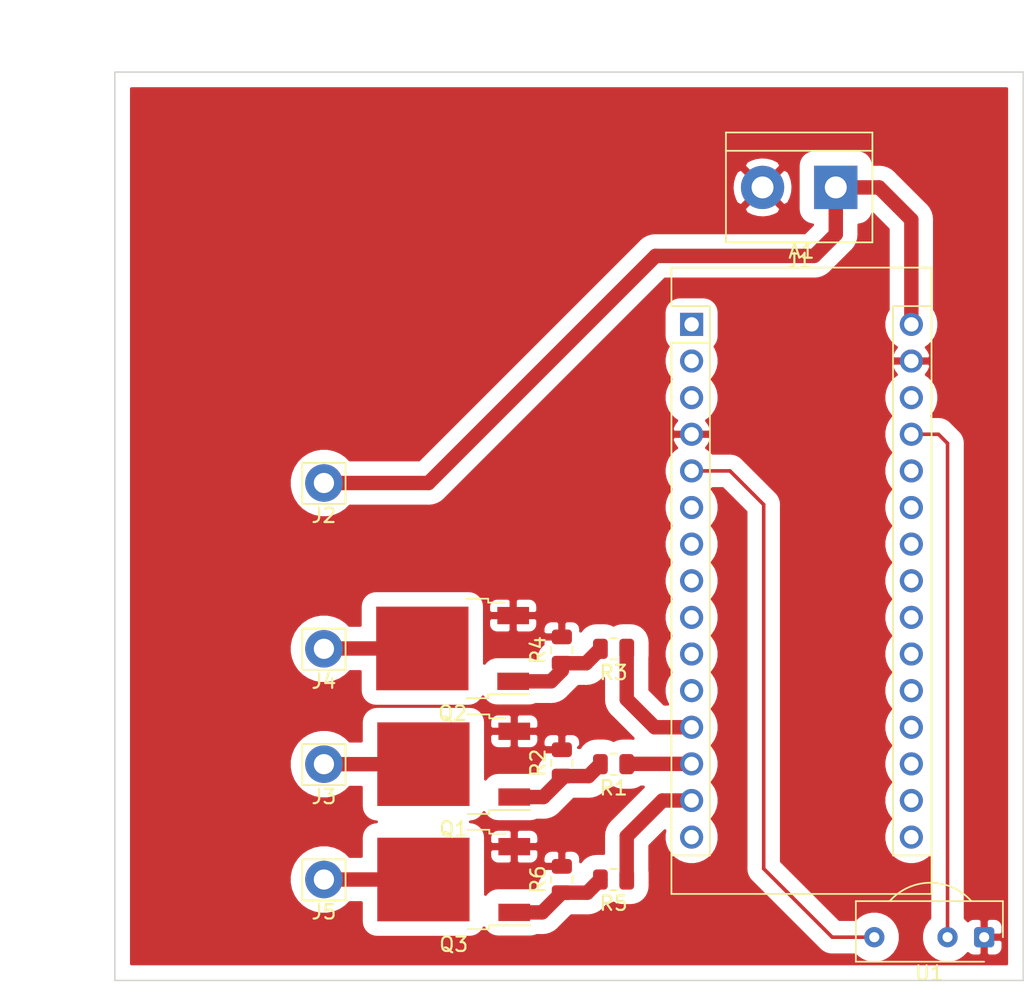
<source format=kicad_pcb>
(kicad_pcb (version 20171130) (host pcbnew 5.1.9)

  (general
    (thickness 1.6)
    (drawings 6)
    (tracks 43)
    (zones 0)
    (modules 16)
    (nets 14)
  )

  (page A4)
  (layers
    (0 F.Cu signal)
    (31 B.Cu signal)
    (32 B.Adhes user)
    (33 F.Adhes user)
    (34 B.Paste user)
    (35 F.Paste user)
    (36 B.SilkS user)
    (37 F.SilkS user)
    (38 B.Mask user)
    (39 F.Mask user)
    (40 Dwgs.User user)
    (41 Cmts.User user)
    (42 Eco1.User user)
    (43 Eco2.User user)
    (44 Edge.Cuts user)
    (45 Margin user)
    (46 B.CrtYd user)
    (47 F.CrtYd user)
    (48 B.Fab user)
    (49 F.Fab user)
  )

  (setup
    (last_trace_width 1)
    (user_trace_width 1)
    (trace_clearance 0.2)
    (zone_clearance 1)
    (zone_45_only yes)
    (trace_min 0.2)
    (via_size 0.8)
    (via_drill 0.4)
    (via_min_size 0.4)
    (via_min_drill 0.3)
    (uvia_size 0.3)
    (uvia_drill 0.1)
    (uvias_allowed no)
    (uvia_min_size 0.2)
    (uvia_min_drill 0.1)
    (edge_width 0.05)
    (segment_width 0.2)
    (pcb_text_width 0.3)
    (pcb_text_size 1.5 1.5)
    (mod_edge_width 0.12)
    (mod_text_size 1 1)
    (mod_text_width 0.15)
    (pad_size 1.524 1.524)
    (pad_drill 0.762)
    (pad_to_mask_clearance 0)
    (aux_axis_origin 0 0)
    (visible_elements FFFFFF7F)
    (pcbplotparams
      (layerselection 0x010fc_ffffffff)
      (usegerberextensions false)
      (usegerberattributes true)
      (usegerberadvancedattributes true)
      (creategerberjobfile true)
      (excludeedgelayer true)
      (linewidth 0.100000)
      (plotframeref false)
      (viasonmask false)
      (mode 1)
      (useauxorigin false)
      (hpglpennumber 1)
      (hpglpenspeed 20)
      (hpglpendiameter 15.000000)
      (psnegative false)
      (psa4output false)
      (plotreference true)
      (plotvalue true)
      (plotinvisibletext false)
      (padsonsilk false)
      (subtractmaskfromsilk false)
      (outputformat 1)
      (mirror false)
      (drillshape 1)
      (scaleselection 1)
      (outputdirectory ""))
  )

  (net 0 "")
  (net 1 +12V)
  (net 2 BLUE_PIN)
  (net 3 GND)
  (net 4 GREEN_PIN)
  (net 5 RED_PIN)
  (net 6 +5V)
  (net 7 IR_DATA_OUT)
  (net 8 "Net-(Q1-Pad1)")
  (net 9 "Net-(Q2-Pad1)")
  (net 10 "Net-(Q3-Pad1)")
  (net 11 "Net-(J3-Pad1)")
  (net 12 "Net-(J4-Pad1)")
  (net 13 "Net-(J5-Pad1)")

  (net_class Default "This is the default net class."
    (clearance 0.2)
    (trace_width 0.25)
    (via_dia 0.8)
    (via_drill 0.4)
    (uvia_dia 0.3)
    (uvia_drill 0.1)
    (add_net +12V)
    (add_net +5V)
    (add_net BLUE_PIN)
    (add_net GND)
    (add_net GREEN_PIN)
    (add_net IR_DATA_OUT)
    (add_net "Net-(A1-Pad1)")
    (add_net "Net-(A1-Pad10)")
    (add_net "Net-(A1-Pad11)")
    (add_net "Net-(A1-Pad15)")
    (add_net "Net-(A1-Pad16)")
    (add_net "Net-(A1-Pad17)")
    (add_net "Net-(A1-Pad18)")
    (add_net "Net-(A1-Pad19)")
    (add_net "Net-(A1-Pad2)")
    (add_net "Net-(A1-Pad20)")
    (add_net "Net-(A1-Pad21)")
    (add_net "Net-(A1-Pad22)")
    (add_net "Net-(A1-Pad23)")
    (add_net "Net-(A1-Pad24)")
    (add_net "Net-(A1-Pad25)")
    (add_net "Net-(A1-Pad26)")
    (add_net "Net-(A1-Pad28)")
    (add_net "Net-(A1-Pad3)")
    (add_net "Net-(A1-Pad6)")
    (add_net "Net-(A1-Pad7)")
    (add_net "Net-(A1-Pad8)")
    (add_net "Net-(A1-Pad9)")
    (add_net "Net-(J3-Pad1)")
    (add_net "Net-(J4-Pad1)")
    (add_net "Net-(J5-Pad1)")
    (add_net "Net-(Q1-Pad1)")
    (add_net "Net-(Q2-Pad1)")
    (add_net "Net-(Q3-Pad1)")
    (add_net RED_PIN)
  )

  (module Connector_Pin:Pin_D1.4mm_L8.5mm_W2.8mm_FlatFork (layer F.Cu) (tedit 5C89BF14) (tstamp 60692ACD)
    (at 33 47)
    (descr "solder Pin_ with flat with fork, hole diameter 1.4mm, length 8.5mm, width 2.8mm, e.g. Ettinger 13.13.890, https://katalog.ettinger.de/#p=434")
    (tags "solder Pin_ with flat fork")
    (path /608A8D29)
    (fp_text reference J2 (at 0 2.25) (layer F.SilkS)
      (effects (font (size 1 1) (thickness 0.15)))
    )
    (fp_text value Conn_01x01_Female (at 0 -2.05) (layer F.Fab)
      (effects (font (size 1 1) (thickness 0.15)))
    )
    (fp_text user %R (at 0 2.25) (layer F.Fab)
      (effects (font (size 1 1) (thickness 0.15)))
    )
    (fp_line (start 1.4 0.25) (end -1.4 0.25) (layer F.Fab) (width 0.1))
    (fp_line (start -1.4 -0.25) (end 1.4 -0.25) (layer F.Fab) (width 0.1))
    (fp_line (start -1.5 -1.4) (end 1.5 -1.4) (layer F.SilkS) (width 0.12))
    (fp_line (start 1.5 -1.4) (end 1.5 1.45) (layer F.SilkS) (width 0.12))
    (fp_line (start -1.5 -1.4) (end -1.5 1.45) (layer F.SilkS) (width 0.12))
    (fp_line (start -1.5 1.45) (end 1.5 1.45) (layer F.SilkS) (width 0.12))
    (fp_line (start 1.4 -0.25) (end 1.4 0.25) (layer F.Fab) (width 0.1))
    (fp_line (start -1.4 0.25) (end -1.4 -0.25) (layer F.Fab) (width 0.1))
    (fp_line (start -1.9 -1.8) (end 1.9 -1.8) (layer F.CrtYd) (width 0.05))
    (fp_line (start -1.9 -1.8) (end -1.9 1.8) (layer F.CrtYd) (width 0.05))
    (fp_line (start 1.9 1.8) (end 1.9 -1.8) (layer F.CrtYd) (width 0.05))
    (fp_line (start 1.9 1.8) (end -1.9 1.8) (layer F.CrtYd) (width 0.05))
    (pad 1 thru_hole circle (at 0 0) (size 2.6 2.6) (drill 1.4) (layers *.Cu *.Mask)
      (net 1 +12V))
    (model ${KISYS3DMOD}/Connector_Pin.3dshapes/Pin_D1.4mm_L8.5mm_W2.8mm_FlatFork.wrl
      (at (xyz 0 0 0))
      (scale (xyz 1 1 1))
      (rotate (xyz 0 0 0))
    )
  )

  (module Connector_Pin:Pin_D1.4mm_L8.5mm_W2.8mm_FlatFork (layer F.Cu) (tedit 5C89BF14) (tstamp 60694D1C)
    (at 33 74.5)
    (descr "solder Pin_ with flat with fork, hole diameter 1.4mm, length 8.5mm, width 2.8mm, e.g. Ettinger 13.13.890, https://katalog.ettinger.de/#p=434")
    (tags "solder Pin_ with flat fork")
    (path /608AAF24)
    (fp_text reference J5 (at 0 2.25) (layer F.SilkS)
      (effects (font (size 1 1) (thickness 0.15)))
    )
    (fp_text value Conn_01x01_Female (at 0 -2.05) (layer F.Fab)
      (effects (font (size 1 1) (thickness 0.15)))
    )
    (fp_text user %R (at 0 2.25) (layer F.Fab)
      (effects (font (size 1 1) (thickness 0.15)))
    )
    (fp_line (start 1.4 0.25) (end -1.4 0.25) (layer F.Fab) (width 0.1))
    (fp_line (start -1.4 -0.25) (end 1.4 -0.25) (layer F.Fab) (width 0.1))
    (fp_line (start -1.5 -1.4) (end 1.5 -1.4) (layer F.SilkS) (width 0.12))
    (fp_line (start 1.5 -1.4) (end 1.5 1.45) (layer F.SilkS) (width 0.12))
    (fp_line (start -1.5 -1.4) (end -1.5 1.45) (layer F.SilkS) (width 0.12))
    (fp_line (start -1.5 1.45) (end 1.5 1.45) (layer F.SilkS) (width 0.12))
    (fp_line (start 1.4 -0.25) (end 1.4 0.25) (layer F.Fab) (width 0.1))
    (fp_line (start -1.4 0.25) (end -1.4 -0.25) (layer F.Fab) (width 0.1))
    (fp_line (start -1.9 -1.8) (end 1.9 -1.8) (layer F.CrtYd) (width 0.05))
    (fp_line (start -1.9 -1.8) (end -1.9 1.8) (layer F.CrtYd) (width 0.05))
    (fp_line (start 1.9 1.8) (end 1.9 -1.8) (layer F.CrtYd) (width 0.05))
    (fp_line (start 1.9 1.8) (end -1.9 1.8) (layer F.CrtYd) (width 0.05))
    (pad 1 thru_hole circle (at 0 0) (size 2.6 2.6) (drill 1.4) (layers *.Cu *.Mask)
      (net 13 "Net-(J5-Pad1)"))
    (model ${KISYS3DMOD}/Connector_Pin.3dshapes/Pin_D1.4mm_L8.5mm_W2.8mm_FlatFork.wrl
      (at (xyz 0 0 0))
      (scale (xyz 1 1 1))
      (rotate (xyz 0 0 0))
    )
  )

  (module Connector_Pin:Pin_D1.4mm_L8.5mm_W2.8mm_FlatFork (layer F.Cu) (tedit 5C89BF14) (tstamp 60694D0A)
    (at 33 58.5)
    (descr "solder Pin_ with flat with fork, hole diameter 1.4mm, length 8.5mm, width 2.8mm, e.g. Ettinger 13.13.890, https://katalog.ettinger.de/#p=434")
    (tags "solder Pin_ with flat fork")
    (path /608AA967)
    (fp_text reference J4 (at 0 2.25) (layer F.SilkS)
      (effects (font (size 1 1) (thickness 0.15)))
    )
    (fp_text value Conn_01x01_Female (at 0 -2.05) (layer F.Fab)
      (effects (font (size 1 1) (thickness 0.15)))
    )
    (fp_text user %R (at 0 2.25) (layer F.Fab)
      (effects (font (size 1 1) (thickness 0.15)))
    )
    (fp_line (start 1.4 0.25) (end -1.4 0.25) (layer F.Fab) (width 0.1))
    (fp_line (start -1.4 -0.25) (end 1.4 -0.25) (layer F.Fab) (width 0.1))
    (fp_line (start -1.5 -1.4) (end 1.5 -1.4) (layer F.SilkS) (width 0.12))
    (fp_line (start 1.5 -1.4) (end 1.5 1.45) (layer F.SilkS) (width 0.12))
    (fp_line (start -1.5 -1.4) (end -1.5 1.45) (layer F.SilkS) (width 0.12))
    (fp_line (start -1.5 1.45) (end 1.5 1.45) (layer F.SilkS) (width 0.12))
    (fp_line (start 1.4 -0.25) (end 1.4 0.25) (layer F.Fab) (width 0.1))
    (fp_line (start -1.4 0.25) (end -1.4 -0.25) (layer F.Fab) (width 0.1))
    (fp_line (start -1.9 -1.8) (end 1.9 -1.8) (layer F.CrtYd) (width 0.05))
    (fp_line (start -1.9 -1.8) (end -1.9 1.8) (layer F.CrtYd) (width 0.05))
    (fp_line (start 1.9 1.8) (end 1.9 -1.8) (layer F.CrtYd) (width 0.05))
    (fp_line (start 1.9 1.8) (end -1.9 1.8) (layer F.CrtYd) (width 0.05))
    (pad 1 thru_hole circle (at 0 0) (size 2.6 2.6) (drill 1.4) (layers *.Cu *.Mask)
      (net 12 "Net-(J4-Pad1)"))
    (model ${KISYS3DMOD}/Connector_Pin.3dshapes/Pin_D1.4mm_L8.5mm_W2.8mm_FlatFork.wrl
      (at (xyz 0 0 0))
      (scale (xyz 1 1 1))
      (rotate (xyz 0 0 0))
    )
  )

  (module Connector_Pin:Pin_D1.4mm_L8.5mm_W2.8mm_FlatFork (layer F.Cu) (tedit 5C89BF14) (tstamp 60694CF8)
    (at 33 66.5)
    (descr "solder Pin_ with flat with fork, hole diameter 1.4mm, length 8.5mm, width 2.8mm, e.g. Ettinger 13.13.890, https://katalog.ettinger.de/#p=434")
    (tags "solder Pin_ with flat fork")
    (path /608AA3D2)
    (fp_text reference J3 (at 0 2.25) (layer F.SilkS)
      (effects (font (size 1 1) (thickness 0.15)))
    )
    (fp_text value Conn_01x01_Female (at 0 -2.05) (layer F.Fab)
      (effects (font (size 1 1) (thickness 0.15)))
    )
    (fp_text user %R (at 0 2.25) (layer F.Fab)
      (effects (font (size 1 1) (thickness 0.15)))
    )
    (fp_line (start 1.4 0.25) (end -1.4 0.25) (layer F.Fab) (width 0.1))
    (fp_line (start -1.4 -0.25) (end 1.4 -0.25) (layer F.Fab) (width 0.1))
    (fp_line (start -1.5 -1.4) (end 1.5 -1.4) (layer F.SilkS) (width 0.12))
    (fp_line (start 1.5 -1.4) (end 1.5 1.45) (layer F.SilkS) (width 0.12))
    (fp_line (start -1.5 -1.4) (end -1.5 1.45) (layer F.SilkS) (width 0.12))
    (fp_line (start -1.5 1.45) (end 1.5 1.45) (layer F.SilkS) (width 0.12))
    (fp_line (start 1.4 -0.25) (end 1.4 0.25) (layer F.Fab) (width 0.1))
    (fp_line (start -1.4 0.25) (end -1.4 -0.25) (layer F.Fab) (width 0.1))
    (fp_line (start -1.9 -1.8) (end 1.9 -1.8) (layer F.CrtYd) (width 0.05))
    (fp_line (start -1.9 -1.8) (end -1.9 1.8) (layer F.CrtYd) (width 0.05))
    (fp_line (start 1.9 1.8) (end 1.9 -1.8) (layer F.CrtYd) (width 0.05))
    (fp_line (start 1.9 1.8) (end -1.9 1.8) (layer F.CrtYd) (width 0.05))
    (pad 1 thru_hole circle (at 0 0) (size 2.6 2.6) (drill 1.4) (layers *.Cu *.Mask)
      (net 11 "Net-(J3-Pad1)"))
    (model ${KISYS3DMOD}/Connector_Pin.3dshapes/Pin_D1.4mm_L8.5mm_W2.8mm_FlatFork.wrl
      (at (xyz 0 0 0))
      (scale (xyz 1 1 1))
      (rotate (xyz 0 0 0))
    )
  )

  (module OptoDevice:Vishay_CAST-3Pin (layer F.Cu) (tedit 5B88841D) (tstamp 60691279)
    (at 78.79 78.5 180)
    (descr "IR Receiver Vishay TSOP-xxxx, CAST package, see https://www.vishay.com/docs/82493/tsop311.pdf")
    (tags "IRReceiverVishayTSOP-xxxx CAST")
    (path /6069D65A)
    (fp_text reference U1 (at 3.8 -2.5) (layer F.SilkS)
      (effects (font (size 1 1) (thickness 0.15)))
    )
    (fp_text value TSOP17xx (at 3.4 4.8 180) (layer F.Fab)
      (effects (font (size 1 1) (thickness 0.15)))
    )
    (fp_arc (start 3.72 -0.15) (end 6.47 2.45) (angle 93.5) (layer F.Fab) (width 0.1))
    (fp_arc (start 3.72 0) (end 6.55 2.5) (angle 97) (layer F.SilkS) (width 0.12))
    (fp_text user %R (at 3.8 1.017) (layer F.Fab)
      (effects (font (size 1 1) (thickness 0.15)))
    )
    (fp_line (start 0.9 2.5) (end 6.6 2.5) (layer F.SilkS) (width 0.12))
    (fp_line (start 6.5 2.5) (end 8.9 2.5) (layer F.SilkS) (width 0.12))
    (fp_line (start 8.9 2.5) (end 8.9 -1.7) (layer F.SilkS) (width 0.12))
    (fp_line (start 8.9 -1.7) (end 0 -1.7) (layer F.SilkS) (width 0.12))
    (fp_line (start -1.3 0) (end -1.3 2.5) (layer F.SilkS) (width 0.12))
    (fp_line (start -1.3 2.5) (end 0.9 2.5) (layer F.SilkS) (width 0.12))
    (fp_line (start -0.2 -1.6) (end 8.8 -1.6) (layer F.Fab) (width 0.1))
    (fp_line (start 8.8 -1.6) (end 8.8 2.4) (layer F.Fab) (width 0.1))
    (fp_line (start 8.8 2.4) (end -1.2 2.4) (layer F.Fab) (width 0.1))
    (fp_line (start -1.2 2.4) (end -1.2 -0.6) (layer F.Fab) (width 0.1))
    (fp_line (start -1.45 -1.85) (end 9.05 -1.85) (layer F.CrtYd) (width 0.05))
    (fp_line (start -1.45 -1.85) (end -1.45 3.88) (layer F.CrtYd) (width 0.05))
    (fp_line (start 9.05 3.88) (end 9.05 -1.85) (layer F.CrtYd) (width 0.05))
    (fp_line (start 9.05 3.88) (end -1.45 3.88) (layer F.CrtYd) (width 0.05))
    (fp_line (start -0.2 -1.6) (end -1.2 -0.6) (layer F.Fab) (width 0.1))
    (pad 3 thru_hole circle (at 7.62 0 180) (size 1.4 1.4) (drill 0.7) (layers *.Cu *.Mask)
      (net 7 IR_DATA_OUT))
    (pad 2 thru_hole circle (at 2.54 0 180) (size 1.4 1.4) (drill 0.7) (layers *.Cu *.Mask)
      (net 6 +5V))
    (pad 1 thru_hole roundrect (at 0 0 180) (size 1.4 1.4) (drill 0.7) (layers *.Cu *.Mask) (roundrect_rratio 0.178)
      (net 3 GND))
    (model ${KISYS3DMOD}/OptoDevice.3dshapes/Vishay_CAST-3Pin.wrl
      (at (xyz 0 0 0))
      (scale (xyz 1 1 1))
      (rotate (xyz 0 0 0))
    )
  )

  (module Package_TO_SOT_SMD:TO-252-2 (layer F.Cu) (tedit 5A70A390) (tstamp 606911B2)
    (at 42 66.5 180)
    (descr "TO-252 / DPAK SMD package, http://www.infineon.com/cms/en/product/packages/PG-TO252/PG-TO252-3-1/")
    (tags "DPAK TO-252 DPAK-3 TO-252-3 SOT-428")
    (path /6068EBCD)
    (attr smd)
    (fp_text reference Q1 (at 0 -4.5) (layer F.SilkS)
      (effects (font (size 1 1) (thickness 0.15)))
    )
    (fp_text value IRF540N (at 0 4.5) (layer F.Fab)
      (effects (font (size 1 1) (thickness 0.15)))
    )
    (fp_text user %R (at 0 0) (layer F.Fab)
      (effects (font (size 1 1) (thickness 0.15)))
    )
    (fp_line (start 3.95 -2.7) (end 4.95 -2.7) (layer F.Fab) (width 0.1))
    (fp_line (start 4.95 -2.7) (end 4.95 2.7) (layer F.Fab) (width 0.1))
    (fp_line (start 4.95 2.7) (end 3.95 2.7) (layer F.Fab) (width 0.1))
    (fp_line (start 3.95 -3.25) (end 3.95 3.25) (layer F.Fab) (width 0.1))
    (fp_line (start 3.95 3.25) (end -2.27 3.25) (layer F.Fab) (width 0.1))
    (fp_line (start -2.27 3.25) (end -2.27 -2.25) (layer F.Fab) (width 0.1))
    (fp_line (start -2.27 -2.25) (end -1.27 -3.25) (layer F.Fab) (width 0.1))
    (fp_line (start -1.27 -3.25) (end 3.95 -3.25) (layer F.Fab) (width 0.1))
    (fp_line (start -1.865 -2.655) (end -4.97 -2.655) (layer F.Fab) (width 0.1))
    (fp_line (start -4.97 -2.655) (end -4.97 -1.905) (layer F.Fab) (width 0.1))
    (fp_line (start -4.97 -1.905) (end -2.27 -1.905) (layer F.Fab) (width 0.1))
    (fp_line (start -2.27 1.905) (end -4.97 1.905) (layer F.Fab) (width 0.1))
    (fp_line (start -4.97 1.905) (end -4.97 2.655) (layer F.Fab) (width 0.1))
    (fp_line (start -4.97 2.655) (end -2.27 2.655) (layer F.Fab) (width 0.1))
    (fp_line (start -0.97 -3.45) (end -2.47 -3.45) (layer F.SilkS) (width 0.12))
    (fp_line (start -2.47 -3.45) (end -2.47 -3.18) (layer F.SilkS) (width 0.12))
    (fp_line (start -2.47 -3.18) (end -5.3 -3.18) (layer F.SilkS) (width 0.12))
    (fp_line (start -0.97 3.45) (end -2.47 3.45) (layer F.SilkS) (width 0.12))
    (fp_line (start -2.47 3.45) (end -2.47 3.18) (layer F.SilkS) (width 0.12))
    (fp_line (start -2.47 3.18) (end -3.57 3.18) (layer F.SilkS) (width 0.12))
    (fp_line (start -5.55 -3.5) (end -5.55 3.5) (layer F.CrtYd) (width 0.05))
    (fp_line (start -5.55 3.5) (end 5.55 3.5) (layer F.CrtYd) (width 0.05))
    (fp_line (start 5.55 3.5) (end 5.55 -3.5) (layer F.CrtYd) (width 0.05))
    (fp_line (start 5.55 -3.5) (end -5.55 -3.5) (layer F.CrtYd) (width 0.05))
    (pad "" smd rect (at 0.425 1.525 180) (size 3.05 2.75) (layers F.Paste))
    (pad "" smd rect (at 3.775 -1.525 180) (size 3.05 2.75) (layers F.Paste))
    (pad "" smd rect (at 0.425 -1.525 180) (size 3.05 2.75) (layers F.Paste))
    (pad "" smd rect (at 3.775 1.525 180) (size 3.05 2.75) (layers F.Paste))
    (pad 2 smd rect (at 2.1 0 180) (size 6.4 5.8) (layers F.Cu F.Mask)
      (net 11 "Net-(J3-Pad1)"))
    (pad 3 smd rect (at -4.2 2.28 180) (size 2.2 1.2) (layers F.Cu F.Paste F.Mask)
      (net 3 GND))
    (pad 1 smd rect (at -4.2 -2.28 180) (size 2.2 1.2) (layers F.Cu F.Paste F.Mask)
      (net 8 "Net-(Q1-Pad1)"))
    (model ${KISYS3DMOD}/Package_TO_SOT_SMD.3dshapes/TO-252-2.wrl
      (at (xyz 0 0 0))
      (scale (xyz 1 1 1))
      (rotate (xyz 0 0 0))
    )
  )

  (module Resistor_SMD:R_0805_2012Metric (layer F.Cu) (tedit 5F68FEEE) (tstamp 6069124F)
    (at 53.0875 74.5 180)
    (descr "Resistor SMD 0805 (2012 Metric), square (rectangular) end terminal, IPC_7351 nominal, (Body size source: IPC-SM-782 page 72, https://www.pcb-3d.com/wordpress/wp-content/uploads/ipc-sm-782a_amendment_1_and_2.pdf), generated with kicad-footprint-generator")
    (tags resistor)
    (path /606DCB8A)
    (attr smd)
    (fp_text reference R5 (at 0 -1.65) (layer F.SilkS)
      (effects (font (size 1 1) (thickness 0.15)))
    )
    (fp_text value 100 (at 0 1.65) (layer F.Fab)
      (effects (font (size 1 1) (thickness 0.15)))
    )
    (fp_text user %R (at 0 0 270) (layer F.Fab)
      (effects (font (size 0.5 0.5) (thickness 0.08)))
    )
    (fp_line (start -1 0.625) (end -1 -0.625) (layer F.Fab) (width 0.1))
    (fp_line (start -1 -0.625) (end 1 -0.625) (layer F.Fab) (width 0.1))
    (fp_line (start 1 -0.625) (end 1 0.625) (layer F.Fab) (width 0.1))
    (fp_line (start 1 0.625) (end -1 0.625) (layer F.Fab) (width 0.1))
    (fp_line (start -0.227064 -0.735) (end 0.227064 -0.735) (layer F.SilkS) (width 0.12))
    (fp_line (start -0.227064 0.735) (end 0.227064 0.735) (layer F.SilkS) (width 0.12))
    (fp_line (start -1.68 0.95) (end -1.68 -0.95) (layer F.CrtYd) (width 0.05))
    (fp_line (start -1.68 -0.95) (end 1.68 -0.95) (layer F.CrtYd) (width 0.05))
    (fp_line (start 1.68 -0.95) (end 1.68 0.95) (layer F.CrtYd) (width 0.05))
    (fp_line (start 1.68 0.95) (end -1.68 0.95) (layer F.CrtYd) (width 0.05))
    (pad 2 smd roundrect (at 0.9125 0 180) (size 1.025 1.4) (layers F.Cu F.Paste F.Mask) (roundrect_rratio 0.243902)
      (net 10 "Net-(Q3-Pad1)"))
    (pad 1 smd roundrect (at -0.9125 0 180) (size 1.025 1.4) (layers F.Cu F.Paste F.Mask) (roundrect_rratio 0.243902)
      (net 2 BLUE_PIN))
    (model ${KISYS3DMOD}/Resistor_SMD.3dshapes/R_0805_2012Metric.wrl
      (at (xyz 0 0 0))
      (scale (xyz 1 1 1))
      (rotate (xyz 0 0 0))
    )
  )

  (module Resistor_SMD:R_0805_2012Metric (layer F.Cu) (tedit 5F68FEEE) (tstamp 6069123E)
    (at 49.5 58.5875 90)
    (descr "Resistor SMD 0805 (2012 Metric), square (rectangular) end terminal, IPC_7351 nominal, (Body size source: IPC-SM-782 page 72, https://www.pcb-3d.com/wordpress/wp-content/uploads/ipc-sm-782a_amendment_1_and_2.pdf), generated with kicad-footprint-generator")
    (tags resistor)
    (path /606DBB68)
    (attr smd)
    (fp_text reference R4 (at 0 -1.65 90) (layer F.SilkS)
      (effects (font (size 1 1) (thickness 0.15)))
    )
    (fp_text value 10K (at 0 1.65 90) (layer F.Fab)
      (effects (font (size 1 1) (thickness 0.15)))
    )
    (fp_text user %R (at 0 0 90) (layer F.Fab)
      (effects (font (size 0.5 0.5) (thickness 0.08)))
    )
    (fp_line (start -1 0.625) (end -1 -0.625) (layer F.Fab) (width 0.1))
    (fp_line (start -1 -0.625) (end 1 -0.625) (layer F.Fab) (width 0.1))
    (fp_line (start 1 -0.625) (end 1 0.625) (layer F.Fab) (width 0.1))
    (fp_line (start 1 0.625) (end -1 0.625) (layer F.Fab) (width 0.1))
    (fp_line (start -0.227064 -0.735) (end 0.227064 -0.735) (layer F.SilkS) (width 0.12))
    (fp_line (start -0.227064 0.735) (end 0.227064 0.735) (layer F.SilkS) (width 0.12))
    (fp_line (start -1.68 0.95) (end -1.68 -0.95) (layer F.CrtYd) (width 0.05))
    (fp_line (start -1.68 -0.95) (end 1.68 -0.95) (layer F.CrtYd) (width 0.05))
    (fp_line (start 1.68 -0.95) (end 1.68 0.95) (layer F.CrtYd) (width 0.05))
    (fp_line (start 1.68 0.95) (end -1.68 0.95) (layer F.CrtYd) (width 0.05))
    (pad 2 smd roundrect (at 0.9125 0 90) (size 1.025 1.4) (layers F.Cu F.Paste F.Mask) (roundrect_rratio 0.243902)
      (net 3 GND))
    (pad 1 smd roundrect (at -0.9125 0 90) (size 1.025 1.4) (layers F.Cu F.Paste F.Mask) (roundrect_rratio 0.243902)
      (net 9 "Net-(Q2-Pad1)"))
    (model ${KISYS3DMOD}/Resistor_SMD.3dshapes/R_0805_2012Metric.wrl
      (at (xyz 0 0 0))
      (scale (xyz 1 1 1))
      (rotate (xyz 0 0 0))
    )
  )

  (module Resistor_SMD:R_0805_2012Metric (layer F.Cu) (tedit 5F68FEEE) (tstamp 6069121C)
    (at 49.5 66.4125 90)
    (descr "Resistor SMD 0805 (2012 Metric), square (rectangular) end terminal, IPC_7351 nominal, (Body size source: IPC-SM-782 page 72, https://www.pcb-3d.com/wordpress/wp-content/uploads/ipc-sm-782a_amendment_1_and_2.pdf), generated with kicad-footprint-generator")
    (tags resistor)
    (path /606DC054)
    (attr smd)
    (fp_text reference R2 (at 0 -1.65 90) (layer F.SilkS)
      (effects (font (size 1 1) (thickness 0.15)))
    )
    (fp_text value 10K (at 0 1.65 90) (layer F.Fab)
      (effects (font (size 1 1) (thickness 0.15)))
    )
    (fp_text user %R (at 0 0 90) (layer F.Fab)
      (effects (font (size 0.5 0.5) (thickness 0.08)))
    )
    (fp_line (start -1 0.625) (end -1 -0.625) (layer F.Fab) (width 0.1))
    (fp_line (start -1 -0.625) (end 1 -0.625) (layer F.Fab) (width 0.1))
    (fp_line (start 1 -0.625) (end 1 0.625) (layer F.Fab) (width 0.1))
    (fp_line (start 1 0.625) (end -1 0.625) (layer F.Fab) (width 0.1))
    (fp_line (start -0.227064 -0.735) (end 0.227064 -0.735) (layer F.SilkS) (width 0.12))
    (fp_line (start -0.227064 0.735) (end 0.227064 0.735) (layer F.SilkS) (width 0.12))
    (fp_line (start -1.68 0.95) (end -1.68 -0.95) (layer F.CrtYd) (width 0.05))
    (fp_line (start -1.68 -0.95) (end 1.68 -0.95) (layer F.CrtYd) (width 0.05))
    (fp_line (start 1.68 -0.95) (end 1.68 0.95) (layer F.CrtYd) (width 0.05))
    (fp_line (start 1.68 0.95) (end -1.68 0.95) (layer F.CrtYd) (width 0.05))
    (pad 2 smd roundrect (at 0.9125 0 90) (size 1.025 1.4) (layers F.Cu F.Paste F.Mask) (roundrect_rratio 0.243902)
      (net 3 GND))
    (pad 1 smd roundrect (at -0.9125 0 90) (size 1.025 1.4) (layers F.Cu F.Paste F.Mask) (roundrect_rratio 0.243902)
      (net 8 "Net-(Q1-Pad1)"))
    (model ${KISYS3DMOD}/Resistor_SMD.3dshapes/R_0805_2012Metric.wrl
      (at (xyz 0 0 0))
      (scale (xyz 1 1 1))
      (rotate (xyz 0 0 0))
    )
  )

  (module Resistor_SMD:R_0805_2012Metric (layer F.Cu) (tedit 5F68FEEE) (tstamp 6069122D)
    (at 53.0875 58.5 180)
    (descr "Resistor SMD 0805 (2012 Metric), square (rectangular) end terminal, IPC_7351 nominal, (Body size source: IPC-SM-782 page 72, https://www.pcb-3d.com/wordpress/wp-content/uploads/ipc-sm-782a_amendment_1_and_2.pdf), generated with kicad-footprint-generator")
    (tags resistor)
    (path /606DB713)
    (attr smd)
    (fp_text reference R3 (at 0 -1.65) (layer F.SilkS)
      (effects (font (size 1 1) (thickness 0.15)))
    )
    (fp_text value 100 (at 0 1.65) (layer F.Fab)
      (effects (font (size 1 1) (thickness 0.15)))
    )
    (fp_text user %R (at 0 0) (layer F.Fab)
      (effects (font (size 0.5 0.5) (thickness 0.08)))
    )
    (fp_line (start -1 0.625) (end -1 -0.625) (layer F.Fab) (width 0.1))
    (fp_line (start -1 -0.625) (end 1 -0.625) (layer F.Fab) (width 0.1))
    (fp_line (start 1 -0.625) (end 1 0.625) (layer F.Fab) (width 0.1))
    (fp_line (start 1 0.625) (end -1 0.625) (layer F.Fab) (width 0.1))
    (fp_line (start -0.227064 -0.735) (end 0.227064 -0.735) (layer F.SilkS) (width 0.12))
    (fp_line (start -0.227064 0.735) (end 0.227064 0.735) (layer F.SilkS) (width 0.12))
    (fp_line (start -1.68 0.95) (end -1.68 -0.95) (layer F.CrtYd) (width 0.05))
    (fp_line (start -1.68 -0.95) (end 1.68 -0.95) (layer F.CrtYd) (width 0.05))
    (fp_line (start 1.68 -0.95) (end 1.68 0.95) (layer F.CrtYd) (width 0.05))
    (fp_line (start 1.68 0.95) (end -1.68 0.95) (layer F.CrtYd) (width 0.05))
    (pad 2 smd roundrect (at 0.9125 0 180) (size 1.025 1.4) (layers F.Cu F.Paste F.Mask) (roundrect_rratio 0.243902)
      (net 9 "Net-(Q2-Pad1)"))
    (pad 1 smd roundrect (at -0.9125 0 180) (size 1.025 1.4) (layers F.Cu F.Paste F.Mask) (roundrect_rratio 0.243902)
      (net 5 RED_PIN))
    (model ${KISYS3DMOD}/Resistor_SMD.3dshapes/R_0805_2012Metric.wrl
      (at (xyz 0 0 0))
      (scale (xyz 1 1 1))
      (rotate (xyz 0 0 0))
    )
  )

  (module Resistor_SMD:R_0805_2012Metric (layer F.Cu) (tedit 5F68FEEE) (tstamp 60691260)
    (at 49.5 74.5 90)
    (descr "Resistor SMD 0805 (2012 Metric), square (rectangular) end terminal, IPC_7351 nominal, (Body size source: IPC-SM-782 page 72, https://www.pcb-3d.com/wordpress/wp-content/uploads/ipc-sm-782a_amendment_1_and_2.pdf), generated with kicad-footprint-generator")
    (tags resistor)
    (path /606DD15A)
    (attr smd)
    (fp_text reference R6 (at 0 -1.65 90) (layer F.SilkS)
      (effects (font (size 1 1) (thickness 0.15)))
    )
    (fp_text value 10K (at 0 1.65 90) (layer F.Fab)
      (effects (font (size 1 1) (thickness 0.15)))
    )
    (fp_text user %R (at 0 0 90) (layer F.Fab)
      (effects (font (size 0.5 0.5) (thickness 0.08)))
    )
    (fp_line (start -1 0.625) (end -1 -0.625) (layer F.Fab) (width 0.1))
    (fp_line (start -1 -0.625) (end 1 -0.625) (layer F.Fab) (width 0.1))
    (fp_line (start 1 -0.625) (end 1 0.625) (layer F.Fab) (width 0.1))
    (fp_line (start 1 0.625) (end -1 0.625) (layer F.Fab) (width 0.1))
    (fp_line (start -0.227064 -0.735) (end 0.227064 -0.735) (layer F.SilkS) (width 0.12))
    (fp_line (start -0.227064 0.735) (end 0.227064 0.735) (layer F.SilkS) (width 0.12))
    (fp_line (start -1.68 0.95) (end -1.68 -0.95) (layer F.CrtYd) (width 0.05))
    (fp_line (start -1.68 -0.95) (end 1.68 -0.95) (layer F.CrtYd) (width 0.05))
    (fp_line (start 1.68 -0.95) (end 1.68 0.95) (layer F.CrtYd) (width 0.05))
    (fp_line (start 1.68 0.95) (end -1.68 0.95) (layer F.CrtYd) (width 0.05))
    (pad 2 smd roundrect (at 0.9125 0 90) (size 1.025 1.4) (layers F.Cu F.Paste F.Mask) (roundrect_rratio 0.243902)
      (net 3 GND))
    (pad 1 smd roundrect (at -0.9125 0 90) (size 1.025 1.4) (layers F.Cu F.Paste F.Mask) (roundrect_rratio 0.243902)
      (net 10 "Net-(Q3-Pad1)"))
    (model ${KISYS3DMOD}/Resistor_SMD.3dshapes/R_0805_2012Metric.wrl
      (at (xyz 0 0 0))
      (scale (xyz 1 1 1))
      (rotate (xyz 0 0 0))
    )
  )

  (module Package_TO_SOT_SMD:TO-252-2 (layer F.Cu) (tedit 5A70A390) (tstamp 606911D6)
    (at 41.925 58.475 180)
    (descr "TO-252 / DPAK SMD package, http://www.infineon.com/cms/en/product/packages/PG-TO252/PG-TO252-3-1/")
    (tags "DPAK TO-252 DPAK-3 TO-252-3 SOT-428")
    (path /6068E5B2)
    (attr smd)
    (fp_text reference Q2 (at 0 -4.5) (layer F.SilkS)
      (effects (font (size 1 1) (thickness 0.15)))
    )
    (fp_text value IRF540N (at 0 4.5) (layer F.Fab)
      (effects (font (size 1 1) (thickness 0.15)))
    )
    (fp_text user %R (at 0 0) (layer F.Fab)
      (effects (font (size 1 1) (thickness 0.15)))
    )
    (fp_line (start 3.95 -2.7) (end 4.95 -2.7) (layer F.Fab) (width 0.1))
    (fp_line (start 4.95 -2.7) (end 4.95 2.7) (layer F.Fab) (width 0.1))
    (fp_line (start 4.95 2.7) (end 3.95 2.7) (layer F.Fab) (width 0.1))
    (fp_line (start 3.95 -3.25) (end 3.95 3.25) (layer F.Fab) (width 0.1))
    (fp_line (start 3.95 3.25) (end -2.27 3.25) (layer F.Fab) (width 0.1))
    (fp_line (start -2.27 3.25) (end -2.27 -2.25) (layer F.Fab) (width 0.1))
    (fp_line (start -2.27 -2.25) (end -1.27 -3.25) (layer F.Fab) (width 0.1))
    (fp_line (start -1.27 -3.25) (end 3.95 -3.25) (layer F.Fab) (width 0.1))
    (fp_line (start -1.865 -2.655) (end -4.97 -2.655) (layer F.Fab) (width 0.1))
    (fp_line (start -4.97 -2.655) (end -4.97 -1.905) (layer F.Fab) (width 0.1))
    (fp_line (start -4.97 -1.905) (end -2.27 -1.905) (layer F.Fab) (width 0.1))
    (fp_line (start -2.27 1.905) (end -4.97 1.905) (layer F.Fab) (width 0.1))
    (fp_line (start -4.97 1.905) (end -4.97 2.655) (layer F.Fab) (width 0.1))
    (fp_line (start -4.97 2.655) (end -2.27 2.655) (layer F.Fab) (width 0.1))
    (fp_line (start -0.97 -3.45) (end -2.47 -3.45) (layer F.SilkS) (width 0.12))
    (fp_line (start -2.47 -3.45) (end -2.47 -3.18) (layer F.SilkS) (width 0.12))
    (fp_line (start -2.47 -3.18) (end -5.3 -3.18) (layer F.SilkS) (width 0.12))
    (fp_line (start -0.97 3.45) (end -2.47 3.45) (layer F.SilkS) (width 0.12))
    (fp_line (start -2.47 3.45) (end -2.47 3.18) (layer F.SilkS) (width 0.12))
    (fp_line (start -2.47 3.18) (end -3.57 3.18) (layer F.SilkS) (width 0.12))
    (fp_line (start -5.55 -3.5) (end -5.55 3.5) (layer F.CrtYd) (width 0.05))
    (fp_line (start -5.55 3.5) (end 5.55 3.5) (layer F.CrtYd) (width 0.05))
    (fp_line (start 5.55 3.5) (end 5.55 -3.5) (layer F.CrtYd) (width 0.05))
    (fp_line (start 5.55 -3.5) (end -5.55 -3.5) (layer F.CrtYd) (width 0.05))
    (pad "" smd rect (at 0.425 1.525 180) (size 3.05 2.75) (layers F.Paste))
    (pad "" smd rect (at 3.775 -1.525 180) (size 3.05 2.75) (layers F.Paste))
    (pad "" smd rect (at 0.425 -1.525 180) (size 3.05 2.75) (layers F.Paste))
    (pad "" smd rect (at 3.775 1.525 180) (size 3.05 2.75) (layers F.Paste))
    (pad 2 smd rect (at 2.1 0 180) (size 6.4 5.8) (layers F.Cu F.Mask)
      (net 12 "Net-(J4-Pad1)"))
    (pad 3 smd rect (at -4.2 2.28 180) (size 2.2 1.2) (layers F.Cu F.Paste F.Mask)
      (net 3 GND))
    (pad 1 smd rect (at -4.2 -2.28 180) (size 2.2 1.2) (layers F.Cu F.Paste F.Mask)
      (net 9 "Net-(Q2-Pad1)"))
    (model ${KISYS3DMOD}/Package_TO_SOT_SMD.3dshapes/TO-252-2.wrl
      (at (xyz 0 0 0))
      (scale (xyz 1 1 1))
      (rotate (xyz 0 0 0))
    )
  )

  (module Package_TO_SOT_SMD:TO-252-2 (layer F.Cu) (tedit 5A70A390) (tstamp 606911FA)
    (at 42 74.5 180)
    (descr "TO-252 / DPAK SMD package, http://www.infineon.com/cms/en/product/packages/PG-TO252/PG-TO252-3-1/")
    (tags "DPAK TO-252 DPAK-3 TO-252-3 SOT-428")
    (path /6068F4F0)
    (attr smd)
    (fp_text reference Q3 (at 0 -4.5) (layer F.SilkS)
      (effects (font (size 1 1) (thickness 0.15)))
    )
    (fp_text value IRF540N (at 0 4.5) (layer F.Fab)
      (effects (font (size 1 1) (thickness 0.15)))
    )
    (fp_text user %R (at 0 0) (layer F.Fab)
      (effects (font (size 1 1) (thickness 0.15)))
    )
    (fp_line (start 3.95 -2.7) (end 4.95 -2.7) (layer F.Fab) (width 0.1))
    (fp_line (start 4.95 -2.7) (end 4.95 2.7) (layer F.Fab) (width 0.1))
    (fp_line (start 4.95 2.7) (end 3.95 2.7) (layer F.Fab) (width 0.1))
    (fp_line (start 3.95 -3.25) (end 3.95 3.25) (layer F.Fab) (width 0.1))
    (fp_line (start 3.95 3.25) (end -2.27 3.25) (layer F.Fab) (width 0.1))
    (fp_line (start -2.27 3.25) (end -2.27 -2.25) (layer F.Fab) (width 0.1))
    (fp_line (start -2.27 -2.25) (end -1.27 -3.25) (layer F.Fab) (width 0.1))
    (fp_line (start -1.27 -3.25) (end 3.95 -3.25) (layer F.Fab) (width 0.1))
    (fp_line (start -1.865 -2.655) (end -4.97 -2.655) (layer F.Fab) (width 0.1))
    (fp_line (start -4.97 -2.655) (end -4.97 -1.905) (layer F.Fab) (width 0.1))
    (fp_line (start -4.97 -1.905) (end -2.27 -1.905) (layer F.Fab) (width 0.1))
    (fp_line (start -2.27 1.905) (end -4.97 1.905) (layer F.Fab) (width 0.1))
    (fp_line (start -4.97 1.905) (end -4.97 2.655) (layer F.Fab) (width 0.1))
    (fp_line (start -4.97 2.655) (end -2.27 2.655) (layer F.Fab) (width 0.1))
    (fp_line (start -0.97 -3.45) (end -2.47 -3.45) (layer F.SilkS) (width 0.12))
    (fp_line (start -2.47 -3.45) (end -2.47 -3.18) (layer F.SilkS) (width 0.12))
    (fp_line (start -2.47 -3.18) (end -5.3 -3.18) (layer F.SilkS) (width 0.12))
    (fp_line (start -0.97 3.45) (end -2.47 3.45) (layer F.SilkS) (width 0.12))
    (fp_line (start -2.47 3.45) (end -2.47 3.18) (layer F.SilkS) (width 0.12))
    (fp_line (start -2.47 3.18) (end -3.57 3.18) (layer F.SilkS) (width 0.12))
    (fp_line (start -5.55 -3.5) (end -5.55 3.5) (layer F.CrtYd) (width 0.05))
    (fp_line (start -5.55 3.5) (end 5.55 3.5) (layer F.CrtYd) (width 0.05))
    (fp_line (start 5.55 3.5) (end 5.55 -3.5) (layer F.CrtYd) (width 0.05))
    (fp_line (start 5.55 -3.5) (end -5.55 -3.5) (layer F.CrtYd) (width 0.05))
    (pad "" smd rect (at 0.425 1.525 180) (size 3.05 2.75) (layers F.Paste))
    (pad "" smd rect (at 3.775 -1.525 180) (size 3.05 2.75) (layers F.Paste))
    (pad "" smd rect (at 0.425 -1.525 180) (size 3.05 2.75) (layers F.Paste))
    (pad "" smd rect (at 3.775 1.525 180) (size 3.05 2.75) (layers F.Paste))
    (pad 2 smd rect (at 2.1 0 180) (size 6.4 5.8) (layers F.Cu F.Mask)
      (net 13 "Net-(J5-Pad1)"))
    (pad 3 smd rect (at -4.2 2.28 180) (size 2.2 1.2) (layers F.Cu F.Paste F.Mask)
      (net 3 GND))
    (pad 1 smd rect (at -4.2 -2.28 180) (size 2.2 1.2) (layers F.Cu F.Paste F.Mask)
      (net 10 "Net-(Q3-Pad1)"))
    (model ${KISYS3DMOD}/Package_TO_SOT_SMD.3dshapes/TO-252-2.wrl
      (at (xyz 0 0 0))
      (scale (xyz 1 1 1))
      (rotate (xyz 0 0 0))
    )
  )

  (module Resistor_SMD:R_0805_2012Metric (layer F.Cu) (tedit 5F68FEEE) (tstamp 6069120B)
    (at 53.0875 66.5 180)
    (descr "Resistor SMD 0805 (2012 Metric), square (rectangular) end terminal, IPC_7351 nominal, (Body size source: IPC-SM-782 page 72, https://www.pcb-3d.com/wordpress/wp-content/uploads/ipc-sm-782a_amendment_1_and_2.pdf), generated with kicad-footprint-generator")
    (tags resistor)
    (path /606DC5E0)
    (attr smd)
    (fp_text reference R1 (at 0 -1.65) (layer F.SilkS)
      (effects (font (size 1 1) (thickness 0.15)))
    )
    (fp_text value 100 (at 0 1.65) (layer F.Fab)
      (effects (font (size 1 1) (thickness 0.15)))
    )
    (fp_text user %R (at 0 0 270) (layer F.Fab)
      (effects (font (size 0.5 0.5) (thickness 0.08)))
    )
    (fp_line (start -1 0.625) (end -1 -0.625) (layer F.Fab) (width 0.1))
    (fp_line (start -1 -0.625) (end 1 -0.625) (layer F.Fab) (width 0.1))
    (fp_line (start 1 -0.625) (end 1 0.625) (layer F.Fab) (width 0.1))
    (fp_line (start 1 0.625) (end -1 0.625) (layer F.Fab) (width 0.1))
    (fp_line (start -0.227064 -0.735) (end 0.227064 -0.735) (layer F.SilkS) (width 0.12))
    (fp_line (start -0.227064 0.735) (end 0.227064 0.735) (layer F.SilkS) (width 0.12))
    (fp_line (start -1.68 0.95) (end -1.68 -0.95) (layer F.CrtYd) (width 0.05))
    (fp_line (start -1.68 -0.95) (end 1.68 -0.95) (layer F.CrtYd) (width 0.05))
    (fp_line (start 1.68 -0.95) (end 1.68 0.95) (layer F.CrtYd) (width 0.05))
    (fp_line (start 1.68 0.95) (end -1.68 0.95) (layer F.CrtYd) (width 0.05))
    (pad 2 smd roundrect (at 0.9125 0 180) (size 1.025 1.4) (layers F.Cu F.Paste F.Mask) (roundrect_rratio 0.243902)
      (net 8 "Net-(Q1-Pad1)"))
    (pad 1 smd roundrect (at -0.9125 0 180) (size 1.025 1.4) (layers F.Cu F.Paste F.Mask) (roundrect_rratio 0.243902)
      (net 4 GREEN_PIN))
    (model ${KISYS3DMOD}/Resistor_SMD.3dshapes/R_0805_2012Metric.wrl
      (at (xyz 0 0 0))
      (scale (xyz 1 1 1))
      (rotate (xyz 0 0 0))
    )
  )

  (module TerminalBlock:TerminalBlock_bornier-2_P5.08mm (layer F.Cu) (tedit 59FF03AB) (tstamp 60692B83)
    (at 68.5 26.5 180)
    (descr "simple 2-pin terminal block, pitch 5.08mm, revamped version of bornier2")
    (tags "terminal block bornier2")
    (path /60874EB8)
    (fp_text reference J1 (at 2.54 -5.08) (layer F.SilkS)
      (effects (font (size 1 1) (thickness 0.15)))
    )
    (fp_text value Conn_01x02_Female (at 2.54 5.08) (layer F.Fab)
      (effects (font (size 1 1) (thickness 0.15)))
    )
    (fp_text user %R (at 2.54 0) (layer F.Fab)
      (effects (font (size 1 1) (thickness 0.15)))
    )
    (fp_line (start -2.41 2.55) (end 7.49 2.55) (layer F.Fab) (width 0.1))
    (fp_line (start -2.46 -3.75) (end -2.46 3.75) (layer F.Fab) (width 0.1))
    (fp_line (start -2.46 3.75) (end 7.54 3.75) (layer F.Fab) (width 0.1))
    (fp_line (start 7.54 3.75) (end 7.54 -3.75) (layer F.Fab) (width 0.1))
    (fp_line (start 7.54 -3.75) (end -2.46 -3.75) (layer F.Fab) (width 0.1))
    (fp_line (start 7.62 2.54) (end -2.54 2.54) (layer F.SilkS) (width 0.12))
    (fp_line (start 7.62 3.81) (end 7.62 -3.81) (layer F.SilkS) (width 0.12))
    (fp_line (start 7.62 -3.81) (end -2.54 -3.81) (layer F.SilkS) (width 0.12))
    (fp_line (start -2.54 -3.81) (end -2.54 3.81) (layer F.SilkS) (width 0.12))
    (fp_line (start -2.54 3.81) (end 7.62 3.81) (layer F.SilkS) (width 0.12))
    (fp_line (start -2.71 -4) (end 7.79 -4) (layer F.CrtYd) (width 0.05))
    (fp_line (start -2.71 -4) (end -2.71 4) (layer F.CrtYd) (width 0.05))
    (fp_line (start 7.79 4) (end 7.79 -4) (layer F.CrtYd) (width 0.05))
    (fp_line (start 7.79 4) (end -2.71 4) (layer F.CrtYd) (width 0.05))
    (pad 2 thru_hole circle (at 5.08 0 180) (size 3 3) (drill 1.52) (layers *.Cu *.Mask)
      (net 3 GND))
    (pad 1 thru_hole rect (at 0 0 180) (size 3 3) (drill 1.52) (layers *.Cu *.Mask)
      (net 1 +12V))
    (model ${KISYS3DMOD}/TerminalBlock.3dshapes/TerminalBlock_bornier-2_P5.08mm.wrl
      (offset (xyz 2.539999961853027 0 0))
      (scale (xyz 1 1 1))
      (rotate (xyz 0 0 0))
    )
  )

  (module Module:Arduino_Nano (layer F.Cu) (tedit 58ACAF70) (tstamp 60692CE9)
    (at 58.5 36)
    (descr "Arduino Nano, http://www.mouser.com/pdfdocs/Gravitech_Arduino_Nano3_0.pdf")
    (tags "Arduino Nano")
    (path /60695F14)
    (fp_text reference A1 (at 7.62 -5.08) (layer F.SilkS)
      (effects (font (size 1 1) (thickness 0.15)))
    )
    (fp_text value Arduino_Nano_v3.x (at 8.89 19.05 90) (layer F.Fab)
      (effects (font (size 1 1) (thickness 0.15)))
    )
    (fp_text user %R (at 6.35 19.05 90) (layer F.Fab)
      (effects (font (size 1 1) (thickness 0.15)))
    )
    (fp_line (start 1.27 1.27) (end 1.27 -1.27) (layer F.SilkS) (width 0.12))
    (fp_line (start 1.27 -1.27) (end -1.4 -1.27) (layer F.SilkS) (width 0.12))
    (fp_line (start -1.4 1.27) (end -1.4 39.5) (layer F.SilkS) (width 0.12))
    (fp_line (start -1.4 -3.94) (end -1.4 -1.27) (layer F.SilkS) (width 0.12))
    (fp_line (start 13.97 -1.27) (end 16.64 -1.27) (layer F.SilkS) (width 0.12))
    (fp_line (start 13.97 -1.27) (end 13.97 36.83) (layer F.SilkS) (width 0.12))
    (fp_line (start 13.97 36.83) (end 16.64 36.83) (layer F.SilkS) (width 0.12))
    (fp_line (start 1.27 1.27) (end -1.4 1.27) (layer F.SilkS) (width 0.12))
    (fp_line (start 1.27 1.27) (end 1.27 36.83) (layer F.SilkS) (width 0.12))
    (fp_line (start 1.27 36.83) (end -1.4 36.83) (layer F.SilkS) (width 0.12))
    (fp_line (start 3.81 31.75) (end 11.43 31.75) (layer F.Fab) (width 0.1))
    (fp_line (start 11.43 31.75) (end 11.43 41.91) (layer F.Fab) (width 0.1))
    (fp_line (start 11.43 41.91) (end 3.81 41.91) (layer F.Fab) (width 0.1))
    (fp_line (start 3.81 41.91) (end 3.81 31.75) (layer F.Fab) (width 0.1))
    (fp_line (start -1.4 39.5) (end 16.64 39.5) (layer F.SilkS) (width 0.12))
    (fp_line (start 16.64 39.5) (end 16.64 -3.94) (layer F.SilkS) (width 0.12))
    (fp_line (start 16.64 -3.94) (end -1.4 -3.94) (layer F.SilkS) (width 0.12))
    (fp_line (start 16.51 39.37) (end -1.27 39.37) (layer F.Fab) (width 0.1))
    (fp_line (start -1.27 39.37) (end -1.27 -2.54) (layer F.Fab) (width 0.1))
    (fp_line (start -1.27 -2.54) (end 0 -3.81) (layer F.Fab) (width 0.1))
    (fp_line (start 0 -3.81) (end 16.51 -3.81) (layer F.Fab) (width 0.1))
    (fp_line (start 16.51 -3.81) (end 16.51 39.37) (layer F.Fab) (width 0.1))
    (fp_line (start -1.53 -4.06) (end 16.75 -4.06) (layer F.CrtYd) (width 0.05))
    (fp_line (start -1.53 -4.06) (end -1.53 42.16) (layer F.CrtYd) (width 0.05))
    (fp_line (start 16.75 42.16) (end 16.75 -4.06) (layer F.CrtYd) (width 0.05))
    (fp_line (start 16.75 42.16) (end -1.53 42.16) (layer F.CrtYd) (width 0.05))
    (pad 16 thru_hole oval (at 15.24 35.56) (size 1.6 1.6) (drill 1) (layers *.Cu *.Mask))
    (pad 15 thru_hole oval (at 0 35.56) (size 1.6 1.6) (drill 1) (layers *.Cu *.Mask))
    (pad 30 thru_hole oval (at 15.24 0) (size 1.6 1.6) (drill 1) (layers *.Cu *.Mask)
      (net 1 +12V))
    (pad 14 thru_hole oval (at 0 33.02) (size 1.6 1.6) (drill 1) (layers *.Cu *.Mask)
      (net 2 BLUE_PIN))
    (pad 29 thru_hole oval (at 15.24 2.54) (size 1.6 1.6) (drill 1) (layers *.Cu *.Mask)
      (net 3 GND))
    (pad 13 thru_hole oval (at 0 30.48) (size 1.6 1.6) (drill 1) (layers *.Cu *.Mask)
      (net 4 GREEN_PIN))
    (pad 28 thru_hole oval (at 15.24 5.08) (size 1.6 1.6) (drill 1) (layers *.Cu *.Mask))
    (pad 12 thru_hole oval (at 0 27.94) (size 1.6 1.6) (drill 1) (layers *.Cu *.Mask)
      (net 5 RED_PIN))
    (pad 27 thru_hole oval (at 15.24 7.62) (size 1.6 1.6) (drill 1) (layers *.Cu *.Mask)
      (net 6 +5V))
    (pad 11 thru_hole oval (at 0 25.4) (size 1.6 1.6) (drill 1) (layers *.Cu *.Mask))
    (pad 26 thru_hole oval (at 15.24 10.16) (size 1.6 1.6) (drill 1) (layers *.Cu *.Mask))
    (pad 10 thru_hole oval (at 0 22.86) (size 1.6 1.6) (drill 1) (layers *.Cu *.Mask))
    (pad 25 thru_hole oval (at 15.24 12.7) (size 1.6 1.6) (drill 1) (layers *.Cu *.Mask))
    (pad 9 thru_hole oval (at 0 20.32) (size 1.6 1.6) (drill 1) (layers *.Cu *.Mask))
    (pad 24 thru_hole oval (at 15.24 15.24) (size 1.6 1.6) (drill 1) (layers *.Cu *.Mask))
    (pad 8 thru_hole oval (at 0 17.78) (size 1.6 1.6) (drill 1) (layers *.Cu *.Mask))
    (pad 23 thru_hole oval (at 15.24 17.78) (size 1.6 1.6) (drill 1) (layers *.Cu *.Mask))
    (pad 7 thru_hole oval (at 0 15.24) (size 1.6 1.6) (drill 1) (layers *.Cu *.Mask))
    (pad 22 thru_hole oval (at 15.24 20.32) (size 1.6 1.6) (drill 1) (layers *.Cu *.Mask))
    (pad 6 thru_hole oval (at 0 12.7) (size 1.6 1.6) (drill 1) (layers *.Cu *.Mask))
    (pad 21 thru_hole oval (at 15.24 22.86) (size 1.6 1.6) (drill 1) (layers *.Cu *.Mask))
    (pad 5 thru_hole oval (at 0 10.16) (size 1.6 1.6) (drill 1) (layers *.Cu *.Mask)
      (net 7 IR_DATA_OUT))
    (pad 20 thru_hole oval (at 15.24 25.4) (size 1.6 1.6) (drill 1) (layers *.Cu *.Mask))
    (pad 4 thru_hole oval (at 0 7.62) (size 1.6 1.6) (drill 1) (layers *.Cu *.Mask)
      (net 3 GND))
    (pad 19 thru_hole oval (at 15.24 27.94) (size 1.6 1.6) (drill 1) (layers *.Cu *.Mask))
    (pad 3 thru_hole oval (at 0 5.08) (size 1.6 1.6) (drill 1) (layers *.Cu *.Mask))
    (pad 18 thru_hole oval (at 15.24 30.48) (size 1.6 1.6) (drill 1) (layers *.Cu *.Mask))
    (pad 2 thru_hole oval (at 0 2.54) (size 1.6 1.6) (drill 1) (layers *.Cu *.Mask))
    (pad 17 thru_hole oval (at 15.24 33.02) (size 1.6 1.6) (drill 1) (layers *.Cu *.Mask))
    (pad 1 thru_hole rect (at 0 0) (size 1.6 1.6) (drill 1) (layers *.Cu *.Mask))
    (model ${KISYS3DMOD}/Module.3dshapes/Arduino_Nano_WithMountingHoles.wrl
      (at (xyz 0 0 0))
      (scale (xyz 1 1 1))
      (rotate (xyz 0 0 0))
    )
  )

  (gr_line (start 81.5 18.5) (end 81.5 81.5) (layer Edge.Cuts) (width 0.1))
  (gr_line (start 18.5 18.5) (end 81.5 18.5) (layer Edge.Cuts) (width 0.1))
  (gr_line (start 18.5 81.5) (end 18.5 18.5) (layer Edge.Cuts) (width 0.1))
  (gr_line (start 81.5 81.5) (end 18.5 81.5) (layer Edge.Cuts) (width 0.1))
  (dimension 63 (width 0.15) (layer Dwgs.User)
    (gr_text "63.000 mm" (at 14.2 50 270) (layer Dwgs.User)
      (effects (font (size 1 1) (thickness 0.15)))
    )
    (feature1 (pts (xy 18.5 81.5) (xy 14.913579 81.5)))
    (feature2 (pts (xy 18.5 18.5) (xy 14.913579 18.5)))
    (crossbar (pts (xy 15.5 18.5) (xy 15.5 81.5)))
    (arrow1a (pts (xy 15.5 81.5) (xy 14.913579 80.373496)))
    (arrow1b (pts (xy 15.5 81.5) (xy 16.086421 80.373496)))
    (arrow2a (pts (xy 15.5 18.5) (xy 14.913579 19.626504)))
    (arrow2b (pts (xy 15.5 18.5) (xy 16.086421 19.626504)))
  )
  (dimension 63 (width 0.15) (layer Dwgs.User)
    (gr_text "63.000 mm" (at 50 14.2) (layer Dwgs.User)
      (effects (font (size 1 1) (thickness 0.15)))
    )
    (feature1 (pts (xy 81.5 18.5) (xy 81.5 14.913579)))
    (feature2 (pts (xy 18.5 18.5) (xy 18.5 14.913579)))
    (crossbar (pts (xy 18.5 15.5) (xy 81.5 15.5)))
    (arrow1a (pts (xy 81.5 15.5) (xy 80.373496 16.086421)))
    (arrow1b (pts (xy 81.5 15.5) (xy 80.373496 14.913579)))
    (arrow2a (pts (xy 18.5 15.5) (xy 19.626504 16.086421)))
    (arrow2b (pts (xy 18.5 15.5) (xy 19.626504 14.913579)))
  )

  (segment (start 68.5 26.5) (end 71.5 26.5) (width 1) (layer F.Cu) (net 1) (tstamp 60692CAB))
  (segment (start 73.74 28.74) (end 73.74 36) (width 1) (layer F.Cu) (net 1) (tstamp 60692CA5))
  (segment (start 71.5 26.5) (end 73.74 28.74) (width 1) (layer F.Cu) (net 1) (tstamp 60692CA8))
  (segment (start 67 31.25) (end 68.5 29.75) (width 1) (layer F.Cu) (net 1))
  (segment (start 56 31.25) (end 67 31.25) (width 1) (layer F.Cu) (net 1))
  (segment (start 40.25 47) (end 56 31.25) (width 1) (layer F.Cu) (net 1))
  (segment (start 68.5 29.75) (end 68.5 26.5) (width 1) (layer F.Cu) (net 1))
  (segment (start 33 47) (end 40.25 47) (width 1) (layer F.Cu) (net 1))
  (segment (start 58.5 69.02) (end 56.48 69.02) (width 1) (layer F.Cu) (net 2))
  (segment (start 54 71.5) (end 54 74.5) (width 1) (layer F.Cu) (net 2))
  (segment (start 56.48 69.02) (end 54 71.5) (width 1) (layer F.Cu) (net 2))
  (segment (start 54.02 66.48) (end 54 66.5) (width 1) (layer F.Cu) (net 4))
  (segment (start 58.5 66.48) (end 54.02 66.48) (width 1) (layer F.Cu) (net 4))
  (segment (start 58.5 63.94) (end 55.94 63.94) (width 1) (layer F.Cu) (net 5))
  (segment (start 54 62) (end 54 58.5) (width 1) (layer F.Cu) (net 5))
  (segment (start 55.94 63.94) (end 54 62) (width 1) (layer F.Cu) (net 5))
  (segment (start 76.25 78.5) (end 76.25 44.25) (width 0.25) (layer F.Cu) (net 6))
  (segment (start 75.62 43.62) (end 73.74 43.62) (width 0.25) (layer F.Cu) (net 6))
  (segment (start 76.25 44.25) (end 75.62 43.62) (width 0.25) (layer F.Cu) (net 6))
  (segment (start 71.17 78.5) (end 68.25 78.5) (width 0.25) (layer F.Cu) (net 7))
  (segment (start 68.25 78.5) (end 63.5 73.75) (width 0.25) (layer F.Cu) (net 7))
  (segment (start 63.5 73.75) (end 63.5 48.5) (width 0.25) (layer F.Cu) (net 7))
  (segment (start 61.16 46.16) (end 58.5 46.16) (width 0.25) (layer F.Cu) (net 7))
  (segment (start 63.5 48.5) (end 61.16 46.16) (width 0.25) (layer F.Cu) (net 7))
  (segment (start 39.9 66.5) (end 37 66.5) (width 1) (layer F.Cu) (net 11))
  (segment (start 48.22 68.78) (end 46.2 68.78) (width 1) (layer F.Cu) (net 8))
  (segment (start 51.35 67.325) (end 49.5 67.325) (width 1) (layer F.Cu) (net 8))
  (segment (start 49.5 67.5) (end 48.22 68.78) (width 1) (layer F.Cu) (net 8))
  (segment (start 49.5 67.325) (end 49.5 67.5) (width 1) (layer F.Cu) (net 8))
  (segment (start 52.175 66.5) (end 51.35 67.325) (width 1) (layer F.Cu) (net 8))
  (segment (start 49.5 60) (end 48.745 60.755) (width 1) (layer F.Cu) (net 9))
  (segment (start 51.175 59.5) (end 52.175 58.5) (width 1) (layer F.Cu) (net 9))
  (segment (start 49.5 59.5) (end 49.5 60) (width 1) (layer F.Cu) (net 9))
  (segment (start 48.745 60.755) (end 46.125 60.755) (width 1) (layer F.Cu) (net 9))
  (segment (start 49.5 59.5) (end 51.175 59.5) (width 1) (layer F.Cu) (net 9))
  (segment (start 46.2 76.78) (end 48.1325 76.78) (width 1) (layer F.Cu) (net 10))
  (segment (start 51.2625 75.4125) (end 52.175 74.5) (width 1) (layer F.Cu) (net 10))
  (segment (start 48.1325 76.78) (end 49.5 75.4125) (width 1) (layer F.Cu) (net 10))
  (segment (start 49.5 75.4125) (end 51.2625 75.4125) (width 1) (layer F.Cu) (net 10))
  (segment (start 39.9 66.5) (end 33 66.5) (width 1) (layer F.Cu) (net 11))
  (segment (start 33.025 58.475) (end 33 58.5) (width 1) (layer F.Cu) (net 12))
  (segment (start 39.825 58.475) (end 33.025 58.475) (width 1) (layer F.Cu) (net 12))
  (segment (start 39.9 74.5) (end 33 74.5) (width 1) (layer F.Cu) (net 13))

  (zone (net 3) (net_name GND) (layer F.Cu) (tstamp 0) (hatch edge 0.508)
    (connect_pads (clearance 1))
    (min_thickness 0.2)
    (fill yes (arc_segments 32) (thermal_gap 0.5) (thermal_bridge_width 0.5))
    (polygon
      (pts
        (xy 81.5 81.5) (xy 18.5 81.5) (xy 18.5 18.5) (xy 81.5 18.5)
      )
    )
    (filled_polygon
      (pts
        (xy 80.350001 80.35) (xy 19.65 80.35) (xy 19.65 58.263621) (xy 30.6 58.263621) (xy 30.6 58.736379)
        (xy 30.69223 59.200054) (xy 30.873147 59.636826) (xy 31.135798 60.029911) (xy 31.470089 60.364202) (xy 31.863174 60.626853)
        (xy 32.299946 60.80777) (xy 32.763621 60.9) (xy 33.236379 60.9) (xy 33.700054 60.80777) (xy 34.136826 60.626853)
        (xy 34.529911 60.364202) (xy 34.819113 60.075) (xy 35.519678 60.075) (xy 35.519678 61.375) (xy 35.540916 61.590638)
        (xy 35.603816 61.797988) (xy 35.705958 61.989084) (xy 35.843419 62.156581) (xy 36.010916 62.294042) (xy 36.202012 62.396184)
        (xy 36.409362 62.459084) (xy 36.625 62.480322) (xy 43.025 62.480322) (xy 43.240638 62.459084) (xy 43.447988 62.396184)
        (xy 43.639084 62.294042) (xy 43.806581 62.156581) (xy 43.944042 61.989084) (xy 44.030345 61.827621) (xy 44.105958 61.969084)
        (xy 44.243419 62.136581) (xy 44.410916 62.274042) (xy 44.602012 62.376184) (xy 44.809362 62.439084) (xy 45.025 62.460322)
        (xy 47.225 62.460322) (xy 47.440638 62.439084) (xy 47.647988 62.376184) (xy 47.687621 62.355) (xy 48.666406 62.355)
        (xy 48.745 62.362741) (xy 48.823594 62.355) (xy 48.823597 62.355) (xy 49.058655 62.331849) (xy 49.360256 62.240359)
        (xy 49.638213 62.091788) (xy 49.881845 61.891845) (xy 49.931953 61.830788) (xy 50.575788 61.186953) (xy 50.636845 61.136845)
        (xy 50.667083 61.1) (xy 51.096406 61.1) (xy 51.175 61.107741) (xy 51.253594 61.1) (xy 51.253597 61.1)
        (xy 51.488655 61.076849) (xy 51.790256 60.985359) (xy 52.068213 60.836788) (xy 52.311845 60.636845) (xy 52.361953 60.575788)
        (xy 52.4 60.537741) (xy 52.4 61.921406) (xy 52.392259 62) (xy 52.4 62.078594) (xy 52.4 62.078596)
        (xy 52.423151 62.313654) (xy 52.484507 62.515916) (xy 52.514641 62.615255) (xy 52.663212 62.893213) (xy 52.734635 62.980241)
        (xy 52.863155 63.136845) (xy 52.924212 63.186953) (xy 54.450447 64.713189) (xy 54.262501 64.694678) (xy 53.737499 64.694678)
        (xy 53.473089 64.72072) (xy 53.21884 64.797846) (xy 53.0875 64.868049) (xy 52.95616 64.797846) (xy 52.701911 64.72072)
        (xy 52.437501 64.694678) (xy 51.912499 64.694678) (xy 51.648089 64.72072) (xy 51.39384 64.797846) (xy 51.159523 64.923091)
        (xy 50.954142 65.091642) (xy 50.785591 65.297023) (xy 50.757275 65.349998) (xy 50.650002 65.349998) (xy 50.8 65.2)
        (xy 50.802903 64.9875) (xy 50.791318 64.869879) (xy 50.75701 64.756779) (xy 50.701296 64.652545) (xy 50.626317 64.561183)
        (xy 50.534955 64.486204) (xy 50.430721 64.43049) (xy 50.317621 64.396182) (xy 50.2 64.384597) (xy 49.8 64.3875)
        (xy 49.65 64.5375) (xy 49.65 65.35) (xy 49.67 65.35) (xy 49.67 65.65) (xy 49.65 65.65)
        (xy 49.65 65.67) (xy 49.35 65.67) (xy 49.35 65.65) (xy 48.35 65.65) (xy 48.2 65.8)
        (xy 48.197097 66.0125) (xy 48.197562 66.017217) (xy 48.091642 66.104142) (xy 47.923091 66.309523) (xy 47.797846 66.54384)
        (xy 47.72072 66.798089) (xy 47.696854 67.040404) (xy 47.612085 67.125173) (xy 47.515638 67.095916) (xy 47.3 67.074678)
        (xy 45.1 67.074678) (xy 44.884362 67.095916) (xy 44.677012 67.158816) (xy 44.485916 67.260958) (xy 44.318419 67.398419)
        (xy 44.205322 67.536228) (xy 44.205322 64.82) (xy 44.497097 64.82) (xy 44.508682 64.937621) (xy 44.54299 65.050721)
        (xy 44.598704 65.154955) (xy 44.673683 65.246317) (xy 44.765045 65.321296) (xy 44.869279 65.37701) (xy 44.982379 65.411318)
        (xy 45.1 65.422903) (xy 45.9 65.42) (xy 46.05 65.27) (xy 46.05 64.37) (xy 46.35 64.37)
        (xy 46.35 65.27) (xy 46.5 65.42) (xy 47.3 65.422903) (xy 47.417621 65.411318) (xy 47.530721 65.37701)
        (xy 47.634955 65.321296) (xy 47.726317 65.246317) (xy 47.801296 65.154955) (xy 47.85701 65.050721) (xy 47.876187 64.9875)
        (xy 48.197097 64.9875) (xy 48.2 65.2) (xy 48.35 65.35) (xy 49.35 65.35) (xy 49.35 64.5375)
        (xy 49.2 64.3875) (xy 48.8 64.384597) (xy 48.682379 64.396182) (xy 48.569279 64.43049) (xy 48.465045 64.486204)
        (xy 48.373683 64.561183) (xy 48.298704 64.652545) (xy 48.24299 64.756779) (xy 48.208682 64.869879) (xy 48.197097 64.9875)
        (xy 47.876187 64.9875) (xy 47.891318 64.937621) (xy 47.902903 64.82) (xy 47.9 64.52) (xy 47.75 64.37)
        (xy 46.35 64.37) (xy 46.05 64.37) (xy 44.65 64.37) (xy 44.5 64.52) (xy 44.497097 64.82)
        (xy 44.205322 64.82) (xy 44.205322 63.62) (xy 44.497097 63.62) (xy 44.5 63.92) (xy 44.65 64.07)
        (xy 46.05 64.07) (xy 46.05 63.17) (xy 46.35 63.17) (xy 46.35 64.07) (xy 47.75 64.07)
        (xy 47.9 63.92) (xy 47.902903 63.62) (xy 47.891318 63.502379) (xy 47.85701 63.389279) (xy 47.801296 63.285045)
        (xy 47.726317 63.193683) (xy 47.634955 63.118704) (xy 47.530721 63.06299) (xy 47.417621 63.028682) (xy 47.3 63.017097)
        (xy 46.5 63.02) (xy 46.35 63.17) (xy 46.05 63.17) (xy 45.9 63.02) (xy 45.1 63.017097)
        (xy 44.982379 63.028682) (xy 44.869279 63.06299) (xy 44.765045 63.118704) (xy 44.673683 63.193683) (xy 44.598704 63.285045)
        (xy 44.54299 63.389279) (xy 44.508682 63.502379) (xy 44.497097 63.62) (xy 44.205322 63.62) (xy 44.205322 63.6)
        (xy 44.184084 63.384362) (xy 44.121184 63.177012) (xy 44.019042 62.985916) (xy 43.881581 62.818419) (xy 43.714084 62.680958)
        (xy 43.522988 62.578816) (xy 43.315638 62.515916) (xy 43.1 62.494678) (xy 36.7 62.494678) (xy 36.484362 62.515916)
        (xy 36.277012 62.578816) (xy 36.085916 62.680958) (xy 35.918419 62.818419) (xy 35.780958 62.985916) (xy 35.678816 63.177012)
        (xy 35.615916 63.384362) (xy 35.594678 63.6) (xy 35.594678 64.9) (xy 34.794113 64.9) (xy 34.529911 64.635798)
        (xy 34.136826 64.373147) (xy 33.700054 64.19223) (xy 33.236379 64.1) (xy 32.763621 64.1) (xy 32.299946 64.19223)
        (xy 31.863174 64.373147) (xy 31.470089 64.635798) (xy 31.135798 64.970089) (xy 30.873147 65.363174) (xy 30.69223 65.799946)
        (xy 30.6 66.263621) (xy 30.6 66.736379) (xy 30.69223 67.200054) (xy 30.873147 67.636826) (xy 31.135798 68.029911)
        (xy 31.470089 68.364202) (xy 31.863174 68.626853) (xy 32.299946 68.80777) (xy 32.763621 68.9) (xy 33.236379 68.9)
        (xy 33.700054 68.80777) (xy 34.136826 68.626853) (xy 34.529911 68.364202) (xy 34.794113 68.1) (xy 35.594678 68.1)
        (xy 35.594678 69.4) (xy 35.615916 69.615638) (xy 35.678816 69.822988) (xy 35.780958 70.014084) (xy 35.918419 70.181581)
        (xy 36.085916 70.319042) (xy 36.277012 70.421184) (xy 36.484362 70.484084) (xy 36.645964 70.5) (xy 36.484362 70.515916)
        (xy 36.277012 70.578816) (xy 36.085916 70.680958) (xy 35.918419 70.818419) (xy 35.780958 70.985916) (xy 35.678816 71.177012)
        (xy 35.615916 71.384362) (xy 35.594678 71.6) (xy 35.594678 72.9) (xy 34.794113 72.9) (xy 34.529911 72.635798)
        (xy 34.136826 72.373147) (xy 33.700054 72.19223) (xy 33.236379 72.1) (xy 32.763621 72.1) (xy 32.299946 72.19223)
        (xy 31.863174 72.373147) (xy 31.470089 72.635798) (xy 31.135798 72.970089) (xy 30.873147 73.363174) (xy 30.69223 73.799946)
        (xy 30.6 74.263621) (xy 30.6 74.736379) (xy 30.69223 75.200054) (xy 30.873147 75.636826) (xy 31.135798 76.029911)
        (xy 31.470089 76.364202) (xy 31.863174 76.626853) (xy 32.299946 76.80777) (xy 32.763621 76.9) (xy 33.236379 76.9)
        (xy 33.700054 76.80777) (xy 34.136826 76.626853) (xy 34.529911 76.364202) (xy 34.794113 76.1) (xy 35.594678 76.1)
        (xy 35.594678 77.4) (xy 35.615916 77.615638) (xy 35.678816 77.822988) (xy 35.780958 78.014084) (xy 35.918419 78.181581)
        (xy 36.085916 78.319042) (xy 36.277012 78.421184) (xy 36.484362 78.484084) (xy 36.7 78.505322) (xy 43.1 78.505322)
        (xy 43.315638 78.484084) (xy 43.522988 78.421184) (xy 43.714084 78.319042) (xy 43.881581 78.181581) (xy 44.019042 78.014084)
        (xy 44.105345 77.852621) (xy 44.180958 77.994084) (xy 44.318419 78.161581) (xy 44.485916 78.299042) (xy 44.677012 78.401184)
        (xy 44.884362 78.464084) (xy 45.1 78.485322) (xy 47.3 78.485322) (xy 47.515638 78.464084) (xy 47.722988 78.401184)
        (xy 47.762621 78.38) (xy 48.053906 78.38) (xy 48.1325 78.387741) (xy 48.211094 78.38) (xy 48.211097 78.38)
        (xy 48.446155 78.356849) (xy 48.747756 78.265359) (xy 49.025713 78.116788) (xy 49.269345 77.916845) (xy 49.319453 77.855788)
        (xy 50.162742 77.0125) (xy 51.183906 77.0125) (xy 51.2625 77.020241) (xy 51.341094 77.0125) (xy 51.341097 77.0125)
        (xy 51.576155 76.989349) (xy 51.877756 76.897859) (xy 52.155713 76.749288) (xy 52.399345 76.549345) (xy 52.449453 76.488288)
        (xy 52.653714 76.284027) (xy 52.701911 76.27928) (xy 52.95616 76.202154) (xy 53.0875 76.131951) (xy 53.21884 76.202154)
        (xy 53.473089 76.27928) (xy 53.737499 76.305322) (xy 54.262501 76.305322) (xy 54.526911 76.27928) (xy 54.78116 76.202154)
        (xy 55.015477 76.076909) (xy 55.220858 75.908358) (xy 55.389409 75.702977) (xy 55.514654 75.46866) (xy 55.59178 75.214411)
        (xy 55.617822 74.950001) (xy 55.617822 74.049999) (xy 55.6 73.869048) (xy 55.6 72.162741) (xy 56.652175 71.110567)
        (xy 56.6 71.372866) (xy 56.6 71.747134) (xy 56.673016 72.114209) (xy 56.816242 72.459987) (xy 57.024174 72.771179)
        (xy 57.288821 73.035826) (xy 57.600013 73.243758) (xy 57.945791 73.386984) (xy 58.312866 73.46) (xy 58.687134 73.46)
        (xy 59.054209 73.386984) (xy 59.399987 73.243758) (xy 59.711179 73.035826) (xy 59.975826 72.771179) (xy 60.183758 72.459987)
        (xy 60.326984 72.114209) (xy 60.4 71.747134) (xy 60.4 71.372866) (xy 60.326984 71.005791) (xy 60.183758 70.660013)
        (xy 59.975826 70.348821) (xy 59.917005 70.29) (xy 59.975826 70.231179) (xy 60.183758 69.919987) (xy 60.326984 69.574209)
        (xy 60.4 69.207134) (xy 60.4 68.832866) (xy 60.326984 68.465791) (xy 60.183758 68.120013) (xy 59.975826 67.808821)
        (xy 59.917005 67.75) (xy 59.975826 67.691179) (xy 60.183758 67.379987) (xy 60.326984 67.034209) (xy 60.4 66.667134)
        (xy 60.4 66.292866) (xy 60.326984 65.925791) (xy 60.183758 65.580013) (xy 59.975826 65.268821) (xy 59.917005 65.21)
        (xy 59.975826 65.151179) (xy 60.183758 64.839987) (xy 60.326984 64.494209) (xy 60.4 64.127134) (xy 60.4 63.752866)
        (xy 60.326984 63.385791) (xy 60.183758 63.040013) (xy 59.975826 62.728821) (xy 59.917005 62.67) (xy 59.975826 62.611179)
        (xy 60.183758 62.299987) (xy 60.326984 61.954209) (xy 60.4 61.587134) (xy 60.4 61.212866) (xy 60.326984 60.845791)
        (xy 60.183758 60.500013) (xy 59.975826 60.188821) (xy 59.917005 60.13) (xy 59.975826 60.071179) (xy 60.183758 59.759987)
        (xy 60.326984 59.414209) (xy 60.4 59.047134) (xy 60.4 58.672866) (xy 60.326984 58.305791) (xy 60.183758 57.960013)
        (xy 59.975826 57.648821) (xy 59.917005 57.59) (xy 59.975826 57.531179) (xy 60.183758 57.219987) (xy 60.326984 56.874209)
        (xy 60.4 56.507134) (xy 60.4 56.132866) (xy 60.326984 55.765791) (xy 60.183758 55.420013) (xy 59.975826 55.108821)
        (xy 59.917005 55.05) (xy 59.975826 54.991179) (xy 60.183758 54.679987) (xy 60.326984 54.334209) (xy 60.4 53.967134)
        (xy 60.4 53.592866) (xy 60.326984 53.225791) (xy 60.183758 52.880013) (xy 59.975826 52.568821) (xy 59.917005 52.51)
        (xy 59.975826 52.451179) (xy 60.183758 52.139987) (xy 60.326984 51.794209) (xy 60.4 51.427134) (xy 60.4 51.052866)
        (xy 60.326984 50.685791) (xy 60.183758 50.340013) (xy 59.975826 50.028821) (xy 59.917005 49.97) (xy 59.975826 49.911179)
        (xy 60.183758 49.599987) (xy 60.326984 49.254209) (xy 60.4 48.887134) (xy 60.4 48.512866) (xy 60.326984 48.145791)
        (xy 60.183758 47.800013) (xy 59.975826 47.488821) (xy 59.917005 47.43) (xy 59.962005 47.385) (xy 60.652589 47.385)
        (xy 62.275001 49.007413) (xy 62.275 73.689825) (xy 62.269073 73.75) (xy 62.275 73.810175) (xy 62.275 73.810177)
        (xy 62.292725 73.990141) (xy 62.362772 74.221054) (xy 62.415722 74.320116) (xy 62.476522 74.433866) (xy 62.530797 74.5)
        (xy 62.629603 74.620397) (xy 62.67635 74.658761) (xy 67.341239 79.32365) (xy 67.379603 79.370397) (xy 67.453109 79.430721)
        (xy 67.566133 79.523478) (xy 67.679883 79.584278) (xy 67.778945 79.637228) (xy 68.009858 79.707275) (xy 68.189822 79.725)
        (xy 68.189832 79.725) (xy 68.249999 79.730926) (xy 68.310166 79.725) (xy 69.849416 79.725) (xy 70.022567 79.898151)
        (xy 70.31738 80.095139) (xy 70.644959 80.230827) (xy 70.992716 80.3) (xy 71.347284 80.3) (xy 71.695041 80.230827)
        (xy 72.02262 80.095139) (xy 72.317433 79.898151) (xy 72.568151 79.647433) (xy 72.765139 79.35262) (xy 72.900827 79.025041)
        (xy 72.97 78.677284) (xy 72.97 78.322716) (xy 72.900827 77.974959) (xy 72.765139 77.64738) (xy 72.568151 77.352567)
        (xy 72.317433 77.101849) (xy 72.02262 76.904861) (xy 71.695041 76.769173) (xy 71.347284 76.7) (xy 70.992716 76.7)
        (xy 70.644959 76.769173) (xy 70.31738 76.904861) (xy 70.022567 77.101849) (xy 69.849416 77.275) (xy 68.757411 77.275)
        (xy 64.725 73.242589) (xy 64.725 48.560175) (xy 64.730927 48.5) (xy 64.725 48.439822) (xy 64.707275 48.259858)
        (xy 64.653531 48.082688) (xy 64.637228 48.028944) (xy 64.523478 47.816133) (xy 64.408758 47.676346) (xy 64.408756 47.676344)
        (xy 64.370397 47.629603) (xy 64.323655 47.591243) (xy 62.068761 45.33635) (xy 62.030397 45.289603) (xy 61.843866 45.136522)
        (xy 61.631055 45.022772) (xy 61.400142 44.952725) (xy 61.220178 44.935) (xy 61.220175 44.935) (xy 61.16 44.929073)
        (xy 61.099825 44.935) (xy 59.962005 44.935) (xy 59.711179 44.684174) (xy 59.530464 44.563424) (xy 59.555004 44.540318)
        (xy 59.714278 44.316813) (xy 59.826887 44.06653) (xy 59.851339 43.985901) (xy 59.740967 43.77) (xy 58.65 43.77)
        (xy 58.65 43.79) (xy 58.35 43.79) (xy 58.35 43.77) (xy 57.259033 43.77) (xy 57.148661 43.985901)
        (xy 57.173113 44.06653) (xy 57.285722 44.316813) (xy 57.444996 44.540318) (xy 57.469536 44.563424) (xy 57.288821 44.684174)
        (xy 57.024174 44.948821) (xy 56.816242 45.260013) (xy 56.673016 45.605791) (xy 56.6 45.972866) (xy 56.6 46.347134)
        (xy 56.673016 46.714209) (xy 56.816242 47.059987) (xy 57.024174 47.371179) (xy 57.082995 47.43) (xy 57.024174 47.488821)
        (xy 56.816242 47.800013) (xy 56.673016 48.145791) (xy 56.6 48.512866) (xy 56.6 48.887134) (xy 56.673016 49.254209)
        (xy 56.816242 49.599987) (xy 57.024174 49.911179) (xy 57.082995 49.97) (xy 57.024174 50.028821) (xy 56.816242 50.340013)
        (xy 56.673016 50.685791) (xy 56.6 51.052866) (xy 56.6 51.427134) (xy 56.673016 51.794209) (xy 56.816242 52.139987)
        (xy 57.024174 52.451179) (xy 57.082995 52.51) (xy 57.024174 52.568821) (xy 56.816242 52.880013) (xy 56.673016 53.225791)
        (xy 56.6 53.592866) (xy 56.6 53.967134) (xy 56.673016 54.334209) (xy 56.816242 54.679987) (xy 57.024174 54.991179)
        (xy 57.082995 55.05) (xy 57.024174 55.108821) (xy 56.816242 55.420013) (xy 56.673016 55.765791) (xy 56.6 56.132866)
        (xy 56.6 56.507134) (xy 56.673016 56.874209) (xy 56.816242 57.219987) (xy 57.024174 57.531179) (xy 57.082995 57.59)
        (xy 57.024174 57.648821) (xy 56.816242 57.960013) (xy 56.673016 58.305791) (xy 56.6 58.672866) (xy 56.6 59.047134)
        (xy 56.673016 59.414209) (xy 56.816242 59.759987) (xy 57.024174 60.071179) (xy 57.082995 60.13) (xy 57.024174 60.188821)
        (xy 56.816242 60.500013) (xy 56.673016 60.845791) (xy 56.6 61.212866) (xy 56.6 61.587134) (xy 56.673016 61.954209)
        (xy 56.816242 62.299987) (xy 56.842978 62.34) (xy 56.602742 62.34) (xy 55.6 61.337259) (xy 55.6 59.130952)
        (xy 55.617822 58.950001) (xy 55.617822 58.049999) (xy 55.59178 57.785589) (xy 55.514654 57.53134) (xy 55.389409 57.297023)
        (xy 55.220858 57.091642) (xy 55.015477 56.923091) (xy 54.78116 56.797846) (xy 54.526911 56.72072) (xy 54.262501 56.694678)
        (xy 53.737499 56.694678) (xy 53.473089 56.72072) (xy 53.21884 56.797846) (xy 53.0875 56.868049) (xy 52.95616 56.797846)
        (xy 52.701911 56.72072) (xy 52.437501 56.694678) (xy 51.912499 56.694678) (xy 51.648089 56.72072) (xy 51.39384 56.797846)
        (xy 51.159523 56.923091) (xy 50.954142 57.091642) (xy 50.801327 57.277848) (xy 50.802903 57.1625) (xy 50.791318 57.044879)
        (xy 50.75701 56.931779) (xy 50.701296 56.827545) (xy 50.626317 56.736183) (xy 50.534955 56.661204) (xy 50.430721 56.60549)
        (xy 50.317621 56.571182) (xy 50.2 56.559597) (xy 49.8 56.5625) (xy 49.65 56.7125) (xy 49.65 57.525)
        (xy 49.67 57.525) (xy 49.67 57.825) (xy 49.65 57.825) (xy 49.65 57.845) (xy 49.35 57.845)
        (xy 49.35 57.825) (xy 48.35 57.825) (xy 48.2 57.975) (xy 48.197097 58.1875) (xy 48.197562 58.192217)
        (xy 48.091642 58.279142) (xy 47.923091 58.484523) (xy 47.797846 58.71884) (xy 47.72072 58.973089) (xy 47.702803 59.155)
        (xy 47.687621 59.155) (xy 47.647988 59.133816) (xy 47.440638 59.070916) (xy 47.225 59.049678) (xy 45.025 59.049678)
        (xy 44.809362 59.070916) (xy 44.602012 59.133816) (xy 44.410916 59.235958) (xy 44.243419 59.373419) (xy 44.130322 59.511228)
        (xy 44.130322 56.795) (xy 44.422097 56.795) (xy 44.433682 56.912621) (xy 44.46799 57.025721) (xy 44.523704 57.129955)
        (xy 44.598683 57.221317) (xy 44.690045 57.296296) (xy 44.794279 57.35201) (xy 44.907379 57.386318) (xy 45.025 57.397903)
        (xy 45.825 57.395) (xy 45.975 57.245) (xy 45.975 56.345) (xy 46.275 56.345) (xy 46.275 57.245)
        (xy 46.425 57.395) (xy 47.225 57.397903) (xy 47.342621 57.386318) (xy 47.455721 57.35201) (xy 47.559955 57.296296)
        (xy 47.651317 57.221317) (xy 47.699586 57.1625) (xy 48.197097 57.1625) (xy 48.2 57.375) (xy 48.35 57.525)
        (xy 49.35 57.525) (xy 49.35 56.7125) (xy 49.2 56.5625) (xy 48.8 56.559597) (xy 48.682379 56.571182)
        (xy 48.569279 56.60549) (xy 48.465045 56.661204) (xy 48.373683 56.736183) (xy 48.298704 56.827545) (xy 48.24299 56.931779)
        (xy 48.208682 57.044879) (xy 48.197097 57.1625) (xy 47.699586 57.1625) (xy 47.726296 57.129955) (xy 47.78201 57.025721)
        (xy 47.816318 56.912621) (xy 47.827903 56.795) (xy 47.825 56.495) (xy 47.675 56.345) (xy 46.275 56.345)
        (xy 45.975 56.345) (xy 44.575 56.345) (xy 44.425 56.495) (xy 44.422097 56.795) (xy 44.130322 56.795)
        (xy 44.130322 55.595) (xy 44.422097 55.595) (xy 44.425 55.895) (xy 44.575 56.045) (xy 45.975 56.045)
        (xy 45.975 55.145) (xy 46.275 55.145) (xy 46.275 56.045) (xy 47.675 56.045) (xy 47.825 55.895)
        (xy 47.827903 55.595) (xy 47.816318 55.477379) (xy 47.78201 55.364279) (xy 47.726296 55.260045) (xy 47.651317 55.168683)
        (xy 47.559955 55.093704) (xy 47.455721 55.03799) (xy 47.342621 55.003682) (xy 47.225 54.992097) (xy 46.425 54.995)
        (xy 46.275 55.145) (xy 45.975 55.145) (xy 45.825 54.995) (xy 45.025 54.992097) (xy 44.907379 55.003682)
        (xy 44.794279 55.03799) (xy 44.690045 55.093704) (xy 44.598683 55.168683) (xy 44.523704 55.260045) (xy 44.46799 55.364279)
        (xy 44.433682 55.477379) (xy 44.422097 55.595) (xy 44.130322 55.595) (xy 44.130322 55.575) (xy 44.109084 55.359362)
        (xy 44.046184 55.152012) (xy 43.944042 54.960916) (xy 43.806581 54.793419) (xy 43.639084 54.655958) (xy 43.447988 54.553816)
        (xy 43.240638 54.490916) (xy 43.025 54.469678) (xy 36.625 54.469678) (xy 36.409362 54.490916) (xy 36.202012 54.553816)
        (xy 36.010916 54.655958) (xy 35.843419 54.793419) (xy 35.705958 54.960916) (xy 35.603816 55.152012) (xy 35.540916 55.359362)
        (xy 35.519678 55.575) (xy 35.519678 56.875) (xy 34.769113 56.875) (xy 34.529911 56.635798) (xy 34.136826 56.373147)
        (xy 33.700054 56.19223) (xy 33.236379 56.1) (xy 32.763621 56.1) (xy 32.299946 56.19223) (xy 31.863174 56.373147)
        (xy 31.470089 56.635798) (xy 31.135798 56.970089) (xy 30.873147 57.363174) (xy 30.69223 57.799946) (xy 30.6 58.263621)
        (xy 19.65 58.263621) (xy 19.65 46.763621) (xy 30.6 46.763621) (xy 30.6 47.236379) (xy 30.69223 47.700054)
        (xy 30.873147 48.136826) (xy 31.135798 48.529911) (xy 31.470089 48.864202) (xy 31.863174 49.126853) (xy 32.299946 49.30777)
        (xy 32.763621 49.4) (xy 33.236379 49.4) (xy 33.700054 49.30777) (xy 34.136826 49.126853) (xy 34.529911 48.864202)
        (xy 34.794113 48.6) (xy 40.171406 48.6) (xy 40.25 48.607741) (xy 40.328594 48.6) (xy 40.328597 48.6)
        (xy 40.563655 48.576849) (xy 40.865256 48.485359) (xy 41.143213 48.336788) (xy 41.386845 48.136845) (xy 41.436953 48.075788)
        (xy 54.312741 35.2) (xy 56.594678 35.2) (xy 56.594678 36.8) (xy 56.615916 37.015638) (xy 56.678816 37.222988)
        (xy 56.780958 37.414084) (xy 56.883619 37.539177) (xy 56.816242 37.640013) (xy 56.673016 37.985791) (xy 56.6 38.352866)
        (xy 56.6 38.727134) (xy 56.673016 39.094209) (xy 56.816242 39.439987) (xy 57.024174 39.751179) (xy 57.082995 39.81)
        (xy 57.024174 39.868821) (xy 56.816242 40.180013) (xy 56.673016 40.525791) (xy 56.6 40.892866) (xy 56.6 41.267134)
        (xy 56.673016 41.634209) (xy 56.816242 41.979987) (xy 57.024174 42.291179) (xy 57.288821 42.555826) (xy 57.469536 42.676576)
        (xy 57.444996 42.699682) (xy 57.285722 42.923187) (xy 57.173113 43.17347) (xy 57.148661 43.254099) (xy 57.259033 43.47)
        (xy 58.35 43.47) (xy 58.35 43.45) (xy 58.65 43.45) (xy 58.65 43.47) (xy 59.740967 43.47)
        (xy 59.851339 43.254099) (xy 59.826887 43.17347) (xy 59.714278 42.923187) (xy 59.555004 42.699682) (xy 59.530464 42.676576)
        (xy 59.711179 42.555826) (xy 59.975826 42.291179) (xy 60.183758 41.979987) (xy 60.326984 41.634209) (xy 60.4 41.267134)
        (xy 60.4 40.892866) (xy 71.84 40.892866) (xy 71.84 41.267134) (xy 71.913016 41.634209) (xy 72.056242 41.979987)
        (xy 72.264174 42.291179) (xy 72.322995 42.35) (xy 72.264174 42.408821) (xy 72.056242 42.720013) (xy 71.913016 43.065791)
        (xy 71.84 43.432866) (xy 71.84 43.807134) (xy 71.913016 44.174209) (xy 72.056242 44.519987) (xy 72.264174 44.831179)
        (xy 72.322995 44.89) (xy 72.264174 44.948821) (xy 72.056242 45.260013) (xy 71.913016 45.605791) (xy 71.84 45.972866)
        (xy 71.84 46.347134) (xy 71.913016 46.714209) (xy 72.056242 47.059987) (xy 72.264174 47.371179) (xy 72.322995 47.43)
        (xy 72.264174 47.488821) (xy 72.056242 47.800013) (xy 71.913016 48.145791) (xy 71.84 48.512866) (xy 71.84 48.887134)
        (xy 71.913016 49.254209) (xy 72.056242 49.599987) (xy 72.264174 49.911179) (xy 72.322995 49.97) (xy 72.264174 50.028821)
        (xy 72.056242 50.340013) (xy 71.913016 50.685791) (xy 71.84 51.052866) (xy 71.84 51.427134) (xy 71.913016 51.794209)
        (xy 72.056242 52.139987) (xy 72.264174 52.451179) (xy 72.322995 52.51) (xy 72.264174 52.568821) (xy 72.056242 52.880013)
        (xy 71.913016 53.225791) (xy 71.84 53.592866) (xy 71.84 53.967134) (xy 71.913016 54.334209) (xy 72.056242 54.679987)
        (xy 72.264174 54.991179) (xy 72.322995 55.05) (xy 72.264174 55.108821) (xy 72.056242 55.420013) (xy 71.913016 55.765791)
        (xy 71.84 56.132866) (xy 71.84 56.507134) (xy 71.913016 56.874209) (xy 72.056242 57.219987) (xy 72.264174 57.531179)
        (xy 72.322995 57.59) (xy 72.264174 57.648821) (xy 72.056242 57.960013) (xy 71.913016 58.305791) (xy 71.84 58.672866)
        (xy 71.84 59.047134) (xy 71.913016 59.414209) (xy 72.056242 59.759987) (xy 72.264174 60.071179) (xy 72.322995 60.13)
        (xy 72.264174 60.188821) (xy 72.056242 60.500013) (xy 71.913016 60.845791) (xy 71.84 61.212866) (xy 71.84 61.587134)
        (xy 71.913016 61.954209) (xy 72.056242 62.299987) (xy 72.264174 62.611179) (xy 72.322995 62.67) (xy 72.264174 62.728821)
        (xy 72.056242 63.040013) (xy 71.913016 63.385791) (xy 71.84 63.752866) (xy 71.84 64.127134) (xy 71.913016 64.494209)
        (xy 72.056242 64.839987) (xy 72.264174 65.151179) (xy 72.322995 65.21) (xy 72.264174 65.268821) (xy 72.056242 65.580013)
        (xy 71.913016 65.925791) (xy 71.84 66.292866) (xy 71.84 66.667134) (xy 71.913016 67.034209) (xy 72.056242 67.379987)
        (xy 72.264174 67.691179) (xy 72.322995 67.75) (xy 72.264174 67.808821) (xy 72.056242 68.120013) (xy 71.913016 68.465791)
        (xy 71.84 68.832866) (xy 71.84 69.207134) (xy 71.913016 69.574209) (xy 72.056242 69.919987) (xy 72.264174 70.231179)
        (xy 72.322995 70.29) (xy 72.264174 70.348821) (xy 72.056242 70.660013) (xy 71.913016 71.005791) (xy 71.84 71.372866)
        (xy 71.84 71.747134) (xy 71.913016 72.114209) (xy 72.056242 72.459987) (xy 72.264174 72.771179) (xy 72.528821 73.035826)
        (xy 72.840013 73.243758) (xy 73.185791 73.386984) (xy 73.552866 73.46) (xy 73.927134 73.46) (xy 74.294209 73.386984)
        (xy 74.639987 73.243758) (xy 74.951179 73.035826) (xy 75.025 72.962005) (xy 75.025 77.179416) (xy 74.851849 77.352567)
        (xy 74.654861 77.64738) (xy 74.519173 77.974959) (xy 74.45 78.322716) (xy 74.45 78.677284) (xy 74.519173 79.025041)
        (xy 74.654861 79.35262) (xy 74.851849 79.647433) (xy 75.102567 79.898151) (xy 75.39738 80.095139) (xy 75.724959 80.230827)
        (xy 76.072716 80.3) (xy 76.427284 80.3) (xy 76.775041 80.230827) (xy 77.10262 80.095139) (xy 77.397433 79.898151)
        (xy 77.648151 79.647433) (xy 77.662899 79.625361) (xy 77.663683 79.626317) (xy 77.755045 79.701296) (xy 77.859279 79.75701)
        (xy 77.972379 79.791318) (xy 78.09 79.802903) (xy 78.49 79.8) (xy 78.64 79.65) (xy 78.64 78.65)
        (xy 78.94 78.65) (xy 78.94 79.65) (xy 79.09 79.8) (xy 79.49 79.802903) (xy 79.607621 79.791318)
        (xy 79.720721 79.75701) (xy 79.824955 79.701296) (xy 79.916317 79.626317) (xy 79.991296 79.534955) (xy 80.04701 79.430721)
        (xy 80.081318 79.317621) (xy 80.092903 79.2) (xy 80.09 78.8) (xy 79.94 78.65) (xy 78.94 78.65)
        (xy 78.64 78.65) (xy 78.62 78.65) (xy 78.62 78.35) (xy 78.64 78.35) (xy 78.64 77.35)
        (xy 78.94 77.35) (xy 78.94 78.35) (xy 79.94 78.35) (xy 80.09 78.2) (xy 80.092903 77.8)
        (xy 80.081318 77.682379) (xy 80.04701 77.569279) (xy 79.991296 77.465045) (xy 79.916317 77.373683) (xy 79.824955 77.298704)
        (xy 79.720721 77.24299) (xy 79.607621 77.208682) (xy 79.49 77.197097) (xy 79.09 77.2) (xy 78.94 77.35)
        (xy 78.64 77.35) (xy 78.49 77.2) (xy 78.09 77.197097) (xy 77.972379 77.208682) (xy 77.859279 77.24299)
        (xy 77.755045 77.298704) (xy 77.663683 77.373683) (xy 77.662899 77.374639) (xy 77.648151 77.352567) (xy 77.475 77.179416)
        (xy 77.475 44.310175) (xy 77.480927 44.25) (xy 77.465272 44.091055) (xy 77.457275 44.009858) (xy 77.387228 43.778945)
        (xy 77.387228 43.778944) (xy 77.30227 43.62) (xy 77.273478 43.566134) (xy 77.120397 43.379603) (xy 77.07365 43.341239)
        (xy 76.528761 42.79635) (xy 76.490397 42.749603) (xy 76.303866 42.596522) (xy 76.091055 42.482772) (xy 75.860142 42.412725)
        (xy 75.680178 42.395) (xy 75.680175 42.395) (xy 75.62 42.389073) (xy 75.559825 42.395) (xy 75.202005 42.395)
        (xy 75.157005 42.35) (xy 75.215826 42.291179) (xy 75.423758 41.979987) (xy 75.566984 41.634209) (xy 75.64 41.267134)
        (xy 75.64 40.892866) (xy 75.566984 40.525791) (xy 75.423758 40.180013) (xy 75.215826 39.868821) (xy 74.951179 39.604174)
        (xy 74.770464 39.483424) (xy 74.795004 39.460318) (xy 74.954278 39.236813) (xy 75.066887 38.98653) (xy 75.091339 38.905901)
        (xy 74.980967 38.69) (xy 73.89 38.69) (xy 73.89 38.71) (xy 73.59 38.71) (xy 73.59 38.69)
        (xy 72.499033 38.69) (xy 72.388661 38.905901) (xy 72.413113 38.98653) (xy 72.525722 39.236813) (xy 72.684996 39.460318)
        (xy 72.709536 39.483424) (xy 72.528821 39.604174) (xy 72.264174 39.868821) (xy 72.056242 40.180013) (xy 71.913016 40.525791)
        (xy 71.84 40.892866) (xy 60.4 40.892866) (xy 60.326984 40.525791) (xy 60.183758 40.180013) (xy 59.975826 39.868821)
        (xy 59.917005 39.81) (xy 59.975826 39.751179) (xy 60.183758 39.439987) (xy 60.326984 39.094209) (xy 60.4 38.727134)
        (xy 60.4 38.352866) (xy 60.326984 37.985791) (xy 60.183758 37.640013) (xy 60.116381 37.539177) (xy 60.219042 37.414084)
        (xy 60.321184 37.222988) (xy 60.384084 37.015638) (xy 60.405322 36.8) (xy 60.405322 35.2) (xy 60.384084 34.984362)
        (xy 60.321184 34.777012) (xy 60.219042 34.585916) (xy 60.081581 34.418419) (xy 59.914084 34.280958) (xy 59.722988 34.178816)
        (xy 59.515638 34.115916) (xy 59.3 34.094678) (xy 57.7 34.094678) (xy 57.484362 34.115916) (xy 57.277012 34.178816)
        (xy 57.085916 34.280958) (xy 56.918419 34.418419) (xy 56.780958 34.585916) (xy 56.678816 34.777012) (xy 56.615916 34.984362)
        (xy 56.594678 35.2) (xy 54.312741 35.2) (xy 56.662742 32.85) (xy 66.921406 32.85) (xy 67 32.857741)
        (xy 67.078594 32.85) (xy 67.078597 32.85) (xy 67.313655 32.826849) (xy 67.615256 32.735359) (xy 67.893213 32.586788)
        (xy 68.136845 32.386845) (xy 68.186953 32.325788) (xy 69.575794 30.936948) (xy 69.636845 30.886845) (xy 69.836788 30.643213)
        (xy 69.985359 30.365256) (xy 70.076849 30.063655) (xy 70.1 29.828597) (xy 70.1 29.828595) (xy 70.107741 29.750001)
        (xy 70.1 29.671407) (xy 70.1 29.095473) (xy 70.215638 29.084084) (xy 70.422988 29.021184) (xy 70.614084 28.919042)
        (xy 70.781581 28.781581) (xy 70.919042 28.614084) (xy 71.021184 28.422988) (xy 71.05355 28.316292) (xy 72.14 29.402742)
        (xy 72.140001 34.974659) (xy 72.056242 35.100013) (xy 71.913016 35.445791) (xy 71.84 35.812866) (xy 71.84 36.187134)
        (xy 71.913016 36.554209) (xy 72.056242 36.899987) (xy 72.264174 37.211179) (xy 72.528821 37.475826) (xy 72.709536 37.596576)
        (xy 72.684996 37.619682) (xy 72.525722 37.843187) (xy 72.413113 38.09347) (xy 72.388661 38.174099) (xy 72.499033 38.39)
        (xy 73.59 38.39) (xy 73.59 38.37) (xy 73.89 38.37) (xy 73.89 38.39) (xy 74.980967 38.39)
        (xy 75.091339 38.174099) (xy 75.066887 38.09347) (xy 74.954278 37.843187) (xy 74.795004 37.619682) (xy 74.770464 37.596576)
        (xy 74.951179 37.475826) (xy 75.215826 37.211179) (xy 75.423758 36.899987) (xy 75.566984 36.554209) (xy 75.64 36.187134)
        (xy 75.64 35.812866) (xy 75.566984 35.445791) (xy 75.423758 35.100013) (xy 75.34 34.97466) (xy 75.34 28.818593)
        (xy 75.347741 28.739999) (xy 75.34 28.661403) (xy 75.316849 28.426345) (xy 75.225359 28.124744) (xy 75.076788 27.846787)
        (xy 74.876845 27.603155) (xy 74.815794 27.553052) (xy 72.686953 25.424212) (xy 72.636845 25.363155) (xy 72.393213 25.163212)
        (xy 72.115256 25.014641) (xy 71.813655 24.923151) (xy 71.578597 24.9) (xy 71.578594 24.9) (xy 71.5 24.892259)
        (xy 71.421406 24.9) (xy 71.095473 24.9) (xy 71.084084 24.784362) (xy 71.021184 24.577012) (xy 70.919042 24.385916)
        (xy 70.781581 24.218419) (xy 70.614084 24.080958) (xy 70.422988 23.978816) (xy 70.215638 23.915916) (xy 70 23.894678)
        (xy 67 23.894678) (xy 66.784362 23.915916) (xy 66.577012 23.978816) (xy 66.385916 24.080958) (xy 66.218419 24.218419)
        (xy 66.080958 24.385916) (xy 65.978816 24.577012) (xy 65.915916 24.784362) (xy 65.894678 25) (xy 65.894678 28)
        (xy 65.915916 28.215638) (xy 65.978816 28.422988) (xy 66.080958 28.614084) (xy 66.218419 28.781581) (xy 66.385916 28.919042)
        (xy 66.577012 29.021184) (xy 66.784362 29.084084) (xy 66.892522 29.094737) (xy 66.337259 29.65) (xy 56.078597 29.65)
        (xy 56 29.642259) (xy 55.921403 29.65) (xy 55.686345 29.673151) (xy 55.384744 29.764641) (xy 55.106787 29.913212)
        (xy 54.863155 30.113155) (xy 54.813052 30.174206) (xy 39.587259 45.4) (xy 34.794113 45.4) (xy 34.529911 45.135798)
        (xy 34.136826 44.873147) (xy 33.700054 44.69223) (xy 33.236379 44.6) (xy 32.763621 44.6) (xy 32.299946 44.69223)
        (xy 31.863174 44.873147) (xy 31.470089 45.135798) (xy 31.135798 45.470089) (xy 30.873147 45.863174) (xy 30.69223 46.299946)
        (xy 30.6 46.763621) (xy 19.65 46.763621) (xy 19.65 27.988045) (xy 62.144087 27.988045) (xy 62.304169 28.291005)
        (xy 62.675017 28.47428) (xy 63.074494 28.581683) (xy 63.487249 28.60909) (xy 63.89742 28.555445) (xy 64.289244 28.42281)
        (xy 64.535831 28.291005) (xy 64.695913 27.988045) (xy 63.42 26.712132) (xy 62.144087 27.988045) (xy 19.65 27.988045)
        (xy 19.65 26.567249) (xy 61.31091 26.567249) (xy 61.364555 26.97742) (xy 61.49719 27.369244) (xy 61.628995 27.615831)
        (xy 61.931955 27.775913) (xy 63.207868 26.5) (xy 63.632132 26.5) (xy 64.908045 27.775913) (xy 65.211005 27.615831)
        (xy 65.39428 27.244983) (xy 65.501683 26.845506) (xy 65.52909 26.432751) (xy 65.475445 26.02258) (xy 65.34281 25.630756)
        (xy 65.211005 25.384169) (xy 64.908045 25.224087) (xy 63.632132 26.5) (xy 63.207868 26.5) (xy 61.931955 25.224087)
        (xy 61.628995 25.384169) (xy 61.44572 25.755017) (xy 61.338317 26.154494) (xy 61.31091 26.567249) (xy 19.65 26.567249)
        (xy 19.65 25.011955) (xy 62.144087 25.011955) (xy 63.42 26.287868) (xy 64.695913 25.011955) (xy 64.535831 24.708995)
        (xy 64.164983 24.52572) (xy 63.765506 24.418317) (xy 63.352751 24.39091) (xy 62.94258 24.444555) (xy 62.550756 24.57719)
        (xy 62.304169 24.708995) (xy 62.144087 25.011955) (xy 19.65 25.011955) (xy 19.65 19.65) (xy 80.35 19.65)
      )
    )
    (filled_polygon
      (pts
        (xy 52.924212 70.313047) (xy 52.863155 70.363155) (xy 52.746452 70.505359) (xy 52.663212 70.606787) (xy 52.623567 70.680958)
        (xy 52.514641 70.884745) (xy 52.423151 71.186346) (xy 52.403164 71.389279) (xy 52.392259 71.5) (xy 52.4 71.578594)
        (xy 52.4 72.694678) (xy 51.912499 72.694678) (xy 51.648089 72.72072) (xy 51.39384 72.797846) (xy 51.159523 72.923091)
        (xy 50.954142 73.091642) (xy 50.800112 73.279329) (xy 50.802903 73.075) (xy 50.791318 72.957379) (xy 50.75701 72.844279)
        (xy 50.701296 72.740045) (xy 50.626317 72.648683) (xy 50.534955 72.573704) (xy 50.430721 72.51799) (xy 50.317621 72.483682)
        (xy 50.2 72.472097) (xy 49.8 72.475) (xy 49.65 72.625) (xy 49.65 73.4375) (xy 49.67 73.4375)
        (xy 49.67 73.7375) (xy 49.65 73.7375) (xy 49.65 73.7575) (xy 49.35 73.7575) (xy 49.35 73.7375)
        (xy 48.35 73.7375) (xy 48.2 73.8875) (xy 48.197097 74.1) (xy 48.197562 74.104717) (xy 48.091642 74.191642)
        (xy 47.923091 74.397023) (xy 47.797846 74.63134) (xy 47.72072 74.885589) (xy 47.715973 74.933785) (xy 47.544951 75.104808)
        (xy 47.515638 75.095916) (xy 47.3 75.074678) (xy 45.1 75.074678) (xy 44.884362 75.095916) (xy 44.677012 75.158816)
        (xy 44.485916 75.260958) (xy 44.318419 75.398419) (xy 44.205322 75.536228) (xy 44.205322 72.82) (xy 44.497097 72.82)
        (xy 44.508682 72.937621) (xy 44.54299 73.050721) (xy 44.598704 73.154955) (xy 44.673683 73.246317) (xy 44.765045 73.321296)
        (xy 44.869279 73.37701) (xy 44.982379 73.411318) (xy 45.1 73.422903) (xy 45.9 73.42) (xy 46.05 73.27)
        (xy 46.05 72.37) (xy 46.35 72.37) (xy 46.35 73.27) (xy 46.5 73.42) (xy 47.3 73.422903)
        (xy 47.417621 73.411318) (xy 47.530721 73.37701) (xy 47.634955 73.321296) (xy 47.726317 73.246317) (xy 47.801296 73.154955)
        (xy 47.844032 73.075) (xy 48.197097 73.075) (xy 48.2 73.2875) (xy 48.35 73.4375) (xy 49.35 73.4375)
        (xy 49.35 72.625) (xy 49.2 72.475) (xy 48.8 72.472097) (xy 48.682379 72.483682) (xy 48.569279 72.51799)
        (xy 48.465045 72.573704) (xy 48.373683 72.648683) (xy 48.298704 72.740045) (xy 48.24299 72.844279) (xy 48.208682 72.957379)
        (xy 48.197097 73.075) (xy 47.844032 73.075) (xy 47.85701 73.050721) (xy 47.891318 72.937621) (xy 47.902903 72.82)
        (xy 47.9 72.52) (xy 47.75 72.37) (xy 46.35 72.37) (xy 46.05 72.37) (xy 44.65 72.37)
        (xy 44.5 72.52) (xy 44.497097 72.82) (xy 44.205322 72.82) (xy 44.205322 71.62) (xy 44.497097 71.62)
        (xy 44.5 71.92) (xy 44.65 72.07) (xy 46.05 72.07) (xy 46.05 71.17) (xy 46.35 71.17)
        (xy 46.35 72.07) (xy 47.75 72.07) (xy 47.9 71.92) (xy 47.902903 71.62) (xy 47.891318 71.502379)
        (xy 47.85701 71.389279) (xy 47.801296 71.285045) (xy 47.726317 71.193683) (xy 47.634955 71.118704) (xy 47.530721 71.06299)
        (xy 47.417621 71.028682) (xy 47.3 71.017097) (xy 46.5 71.02) (xy 46.35 71.17) (xy 46.05 71.17)
        (xy 45.9 71.02) (xy 45.1 71.017097) (xy 44.982379 71.028682) (xy 44.869279 71.06299) (xy 44.765045 71.118704)
        (xy 44.673683 71.193683) (xy 44.598704 71.285045) (xy 44.54299 71.389279) (xy 44.508682 71.502379) (xy 44.497097 71.62)
        (xy 44.205322 71.62) (xy 44.205322 71.6) (xy 44.184084 71.384362) (xy 44.121184 71.177012) (xy 44.019042 70.985916)
        (xy 43.881581 70.818419) (xy 43.714084 70.680958) (xy 43.522988 70.578816) (xy 43.315638 70.515916) (xy 43.154036 70.5)
        (xy 43.315638 70.484084) (xy 43.522988 70.421184) (xy 43.714084 70.319042) (xy 43.881581 70.181581) (xy 44.019042 70.014084)
        (xy 44.105345 69.852621) (xy 44.180958 69.994084) (xy 44.318419 70.161581) (xy 44.485916 70.299042) (xy 44.677012 70.401184)
        (xy 44.884362 70.464084) (xy 45.1 70.485322) (xy 47.3 70.485322) (xy 47.515638 70.464084) (xy 47.722988 70.401184)
        (xy 47.762621 70.38) (xy 48.141406 70.38) (xy 48.22 70.387741) (xy 48.298594 70.38) (xy 48.298597 70.38)
        (xy 48.533655 70.356849) (xy 48.835256 70.265359) (xy 49.113213 70.116788) (xy 49.356845 69.916845) (xy 49.406953 69.855788)
        (xy 50.337742 68.925) (xy 51.271406 68.925) (xy 51.35 68.932741) (xy 51.428594 68.925) (xy 51.428597 68.925)
        (xy 51.663655 68.901849) (xy 51.965256 68.810359) (xy 52.243213 68.661788) (xy 52.486845 68.461845) (xy 52.536953 68.400788)
        (xy 52.653714 68.284027) (xy 52.701911 68.27928) (xy 52.95616 68.202154) (xy 53.0875 68.131951) (xy 53.21884 68.202154)
        (xy 53.473089 68.27928) (xy 53.737499 68.305322) (xy 54.262501 68.305322) (xy 54.526911 68.27928) (xy 54.78116 68.202154)
        (xy 55.009694 68.08) (xy 55.157258 68.08)
      )
    )
  )
)

</source>
